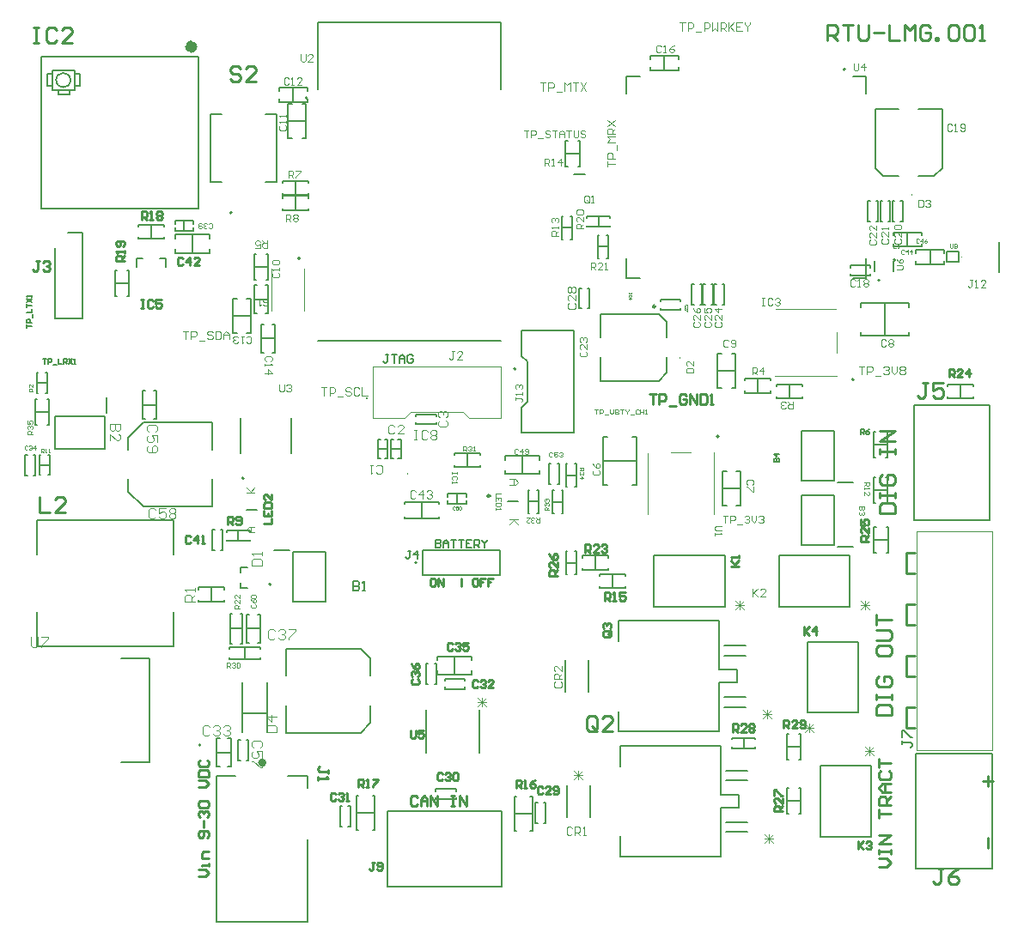
<source format=gto>
G04*
G04 #@! TF.GenerationSoftware,Altium Limited,Altium Designer,21.3.2 (30)*
G04*
G04 Layer_Color=65535*
%FSLAX25Y25*%
%MOIN*%
G70*
G04*
G04 #@! TF.SameCoordinates,C802B3A6-08BF-4FCB-9CCF-05BD449E4A77*
G04*
G04*
G04 #@! TF.FilePolarity,Positive*
G04*
G01*
G75*
%ADD10C,0.00787*%
%ADD11C,0.00500*%
%ADD12C,0.03937*%
%ADD13C,0.01575*%
%ADD14C,0.00984*%
%ADD15C,0.00394*%
%ADD16C,0.00600*%
%ADD17C,0.00591*%
%ADD18C,0.01000*%
%ADD19C,0.00300*%
D10*
X68736Y55287D02*
G03*
X68736Y55287I-394J0D01*
G01*
X80783Y261998D02*
G03*
X80783Y261998I-394J0D01*
G01*
X321776Y196783D02*
G03*
X321776Y197571I0J394D01*
G01*
D02*
G03*
X321776Y196783I0J-394D01*
G01*
X152572Y126072D02*
G03*
X152572Y126072I-394J0D01*
G01*
X332193Y235692D02*
G03*
X332193Y235692I-394J0D01*
G01*
X95926Y117638D02*
G03*
X95926Y117638I-394J0D01*
G01*
X269716Y175134D02*
G03*
X268929Y175134I-394J0D01*
G01*
D02*
G03*
X269716Y175134I394J0D01*
G01*
X110070Y306525D02*
G03*
X110070Y306525I-394J0D01*
G01*
X318792Y317705D02*
G03*
X318792Y317705I-394J0D01*
G01*
X107190Y244273D02*
G03*
X106403Y244273I-394J0D01*
G01*
D02*
G03*
X107190Y244273I394J0D01*
G01*
X85506Y158893D02*
G03*
X85506Y158893I-394J0D01*
G01*
X338292Y243663D02*
G03*
X338292Y243663I-394J0D01*
G01*
X190923Y201340D02*
G03*
X190923Y201340I-394J0D01*
G01*
X133429Y189871D02*
G03*
X133035Y189871I-197J0D01*
G01*
D02*
G03*
X133429Y189871I197J0D01*
G01*
D02*
G03*
X133035Y189871I-197J0D01*
G01*
X94603Y60263D02*
Y79751D01*
X84761Y60263D02*
Y79751D01*
X345434Y142760D02*
X374961D01*
Y187169D01*
X345434D02*
X374961D01*
X345434Y142760D02*
Y187169D01*
X375724Y7411D02*
Y51820D01*
X346196Y7411D02*
X375724D01*
X346196D02*
Y51820D01*
X375724D01*
X86353Y146468D02*
X90487D01*
X141136Y215D02*
X185546D01*
X141136D02*
Y29743D01*
X185546D01*
Y215D02*
Y29743D01*
X213414Y277075D02*
X217745D01*
X130719Y60051D02*
X134653Y63985D01*
Y70681D01*
X101976Y60051D02*
X130719D01*
Y92729D02*
X134653Y88795D01*
Y82099D02*
Y88795D01*
X101976Y60051D02*
Y70681D01*
Y82099D02*
Y92729D01*
X130719D01*
X97247Y130942D02*
X103252D01*
X104629Y111040D02*
Y130332D01*
Y111040D02*
X117228D01*
Y130332D01*
X104629D02*
X117228D01*
X31508Y170292D02*
Y182891D01*
X12216Y170292D02*
X31508D01*
X12216D02*
Y182891D01*
X31508D01*
X32118Y184269D02*
Y190273D01*
X46550Y147810D02*
X73322D01*
Y158440D01*
Y169857D02*
Y180487D01*
X46550D02*
X73322D01*
X40644Y153716D02*
Y158440D01*
Y153716D02*
X46550Y147810D01*
X40644Y174582D02*
X46550Y180487D01*
X40644Y169857D02*
Y174582D01*
X12109Y220798D02*
Y248160D01*
Y220798D02*
X22838D01*
Y254144D01*
X17109D02*
X22838D01*
X187741Y149783D02*
X191874D01*
X301950Y157959D02*
X314549D01*
X301950D02*
Y177251D01*
X314549D01*
Y157959D02*
Y177251D01*
X315927Y157349D02*
X321931D01*
X301950Y132834D02*
X314549D01*
X301950D02*
Y152125D01*
X314549D01*
Y132834D02*
Y152125D01*
X315927Y132224D02*
X321931D01*
X249658Y213492D02*
Y219643D01*
Y199860D02*
Y206012D01*
X223674Y213492D02*
Y222744D01*
Y196760D02*
Y206012D01*
X246557Y222744D02*
X249658Y219643D01*
X246557Y196760D02*
X249658Y199860D01*
X223674Y222744D02*
X246557D01*
X223674Y196760D02*
X246557D01*
X347088Y276250D02*
X353240D01*
X333456D02*
X339608D01*
X347088Y302234D02*
X356340D01*
X330356D02*
X339608D01*
X353240Y276250D02*
X356340Y279350D01*
X330356D02*
X333456Y276250D01*
X356340Y279350D02*
Y302234D01*
X330356Y279350D02*
Y302234D01*
X141637Y206816D02*
X140587D01*
X141112D01*
Y204192D01*
X140587Y203668D01*
X140062D01*
X139538Y204192D01*
X142686Y206816D02*
X144785D01*
X143736D01*
Y203668D01*
X145835D02*
Y205767D01*
X146884Y206816D01*
X147934Y205767D01*
Y203668D01*
Y205242D01*
X145835D01*
X151082Y206291D02*
X150558Y206816D01*
X149508D01*
X148983Y206291D01*
Y204192D01*
X149508Y203668D01*
X150558D01*
X151082Y204192D01*
Y205242D01*
X150033D01*
X127900Y118799D02*
Y115257D01*
X129671D01*
X130262Y115847D01*
Y116438D01*
X129671Y117028D01*
X127900D01*
X129671D01*
X130262Y117619D01*
Y118209D01*
X129671Y118799D01*
X127900D01*
X131442Y115257D02*
X132623D01*
X132033D01*
Y118799D01*
X131442Y118209D01*
X340809Y56938D02*
Y55626D01*
Y56282D01*
X344089D01*
X344745Y55626D01*
Y54970D01*
X344089Y54314D01*
X340809Y58250D02*
Y60874D01*
X341465D01*
X344089Y58250D01*
X344745D01*
D11*
X18159Y313470D02*
G03*
X18159Y313470I-2784J0D01*
G01*
X48882Y48539D02*
Y88838D01*
X37752D02*
X48882D01*
X37752Y48539D02*
X48882D01*
X6714Y263470D02*
X67737D01*
Y322525D01*
X6714D02*
X67737D01*
X6714Y263470D02*
Y322525D01*
X21674Y311108D02*
Y315832D01*
X9076Y311108D02*
X11044D01*
X9076D02*
Y315832D01*
X13407Y307958D02*
X17737D01*
X11044Y311108D02*
Y315832D01*
Y317407D01*
X19706D01*
Y315832D02*
Y317407D01*
Y311108D02*
Y315832D01*
Y309533D02*
Y311108D01*
X17737Y309533D02*
X19706D01*
X13407D02*
X17737D01*
X11044D02*
X13407D01*
X11044D02*
Y311108D01*
X19706D02*
X21674D01*
X17737Y307958D02*
Y309533D01*
X13407Y307958D02*
Y309533D01*
X9076Y315832D02*
X11044D01*
X19706D02*
X21674D01*
X93874Y300187D02*
X98283D01*
X72496D02*
X76906D01*
X93874Y273809D02*
X98283D01*
X72496D02*
X76906D01*
X98283D02*
Y300187D01*
X72496Y273809D02*
Y300187D01*
X84957Y67645D02*
X94406D01*
X154737Y121328D02*
X184737D01*
X154737Y130816D02*
X184737D01*
Y121328D02*
Y130816D01*
X154737Y121328D02*
Y130816D01*
X5123Y93461D02*
Y106965D01*
Y129170D02*
Y142674D01*
X58273Y93461D02*
Y106965D01*
Y129170D02*
Y142674D01*
X5123Y93461D02*
X58273D01*
X5123Y142674D02*
X58273D01*
X337430Y239255D02*
Y243389D01*
X330107Y239255D02*
Y243389D01*
X102622Y43283D02*
X110299D01*
Y-13410D02*
Y18677D01*
X74866Y43283D02*
X82150D01*
X110299Y38756D02*
Y43283D01*
X74866Y-13410D02*
Y43283D01*
Y-13410D02*
X110299D01*
X84292Y116260D02*
Y118150D01*
Y122244D02*
Y124134D01*
X86930D01*
X84292Y116260D02*
X86930D01*
X114243Y212194D02*
X185109D01*
X114243Y335817D02*
X185109D01*
X114243Y310029D02*
Y335817D01*
X185109Y310029D02*
Y335817D01*
X233910Y308177D02*
Y314870D01*
X239028D01*
X233910Y236524D02*
Y244201D01*
Y236524D02*
X239028D01*
X321705D02*
X326823D01*
Y244201D01*
X321705Y314870D02*
X326823D01*
Y308177D02*
Y314870D01*
X378386Y238929D02*
Y250740D01*
X84227Y168440D02*
Y182338D01*
X103912Y168440D02*
Y182338D01*
X358263Y242899D02*
X362987D01*
X358263D02*
Y246836D01*
X362987D01*
Y242899D02*
Y246836D01*
X193285Y176438D02*
Y186389D01*
X195450Y188555D01*
X193285Y206291D02*
Y216242D01*
Y206291D02*
X195450Y204125D01*
X193285Y216242D02*
X213364D01*
Y176438D02*
Y216242D01*
X193285Y176438D02*
X213364D01*
X195450Y188555D02*
Y204125D01*
X159855Y134955D02*
Y131956D01*
X161354D01*
X161854Y132455D01*
Y132955D01*
X161354Y133455D01*
X159855D01*
X161354D01*
X161854Y133955D01*
Y134455D01*
X161354Y134955D01*
X159855D01*
X162854Y131956D02*
Y133955D01*
X163854Y134955D01*
X164853Y133955D01*
Y131956D01*
Y133455D01*
X162854D01*
X165853Y134955D02*
X167852D01*
X166853D01*
Y131956D01*
X168852Y134955D02*
X170851D01*
X169852D01*
Y131956D01*
X173850Y134955D02*
X171851D01*
Y131956D01*
X173850D01*
X171851Y133455D02*
X172851D01*
X174850Y131956D02*
Y134955D01*
X176350D01*
X176849Y134455D01*
Y133455D01*
X176350Y132955D01*
X174850D01*
X175850D02*
X176849Y131956D01*
X177849Y134955D02*
Y134455D01*
X178849Y133455D01*
X179848Y134455D01*
Y134955D01*
X178849Y133455D02*
Y131956D01*
X1226Y217356D02*
Y218689D01*
Y218022D01*
X3226D01*
Y219355D02*
X1226D01*
Y220355D01*
X1560Y220688D01*
X2226D01*
X2559Y220355D01*
Y219355D01*
X3559Y221355D02*
Y222688D01*
X1226Y223354D02*
X3226D01*
Y224687D01*
X1226Y225353D02*
Y226686D01*
Y226020D01*
X3226D01*
X1226Y227353D02*
X3226Y228686D01*
X1226D02*
X3226Y227353D01*
Y229352D02*
Y230019D01*
Y229685D01*
X1226D01*
X1560Y229352D01*
X7589Y205302D02*
X8922D01*
X8256D01*
Y203303D01*
X9588D02*
Y205302D01*
X10588D01*
X10921Y204969D01*
Y204303D01*
X10588Y203970D01*
X9588D01*
X11588Y202970D02*
X12921D01*
X13587Y205302D02*
Y203303D01*
X14920D01*
X15586D02*
Y205302D01*
X16586D01*
X16919Y204969D01*
Y204303D01*
X16586Y203970D01*
X15586D01*
X16253D02*
X16919Y203303D01*
X17586Y205302D02*
X18919Y203303D01*
Y205302D02*
X17586Y203303D01*
X19585D02*
X20252D01*
X19918D01*
Y205302D01*
X19585Y204969D01*
X324977Y175976D02*
Y177976D01*
X325976D01*
X326310Y177643D01*
Y176976D01*
X325976Y176643D01*
X324977D01*
X325643D02*
X326310Y175976D01*
X328309Y177976D02*
X327642Y177643D01*
X326976Y176976D01*
Y176310D01*
X327309Y175976D01*
X327976D01*
X328309Y176310D01*
Y176643D01*
X327976Y176976D01*
X326976D01*
X150309Y130750D02*
X149310D01*
X149809D01*
Y128250D01*
X149310Y127751D01*
X148810D01*
X148310Y128250D01*
X152808Y127751D02*
Y130750D01*
X151309Y129250D01*
X153308D01*
X291181Y165393D02*
X293181D01*
Y166393D01*
X292847Y166726D01*
X292514D01*
X292181Y166393D01*
Y165393D01*
Y166393D01*
X291848Y166726D01*
X291514D01*
X291181Y166393D01*
Y165393D01*
X293181Y168392D02*
X291181D01*
X292181Y167393D01*
Y168726D01*
D12*
X65375Y326462D02*
G03*
X65375Y326462I-394J0D01*
G01*
D13*
X93370Y48401D02*
G03*
X93370Y48401I-787J0D01*
G01*
D14*
X180988Y152024D02*
G03*
X180988Y152024I-492J0D01*
G01*
X245125Y225529D02*
G03*
X245125Y225529I-492J0D01*
G01*
D15*
X254614Y205543D02*
G03*
X254614Y205937I0J197D01*
G01*
D02*
G03*
X254614Y205543I0J-197D01*
G01*
X344596Y269094D02*
G03*
X344596Y268701I0J-197D01*
G01*
D02*
G03*
X344596Y269094I0J197D01*
G01*
X148960Y160276D02*
G03*
X148960Y160669I0J197D01*
G01*
D02*
G03*
X148960Y160276I0J-197D01*
G01*
X363972Y244867D02*
G03*
X363972Y244867I-197J0D01*
G01*
X291685Y224453D02*
X315307D01*
X291488Y198547D02*
X315504D01*
Y207563D02*
Y215500D01*
X346339Y138109D02*
X375867D01*
X346339Y53384D02*
Y138109D01*
Y53384D02*
X375867D01*
Y138109D01*
X242047Y145044D02*
Y168666D01*
X267952Y144847D02*
Y168862D01*
X250999D02*
X258937D01*
X108765Y223899D02*
Y240336D01*
X96167Y223899D02*
Y240336D01*
X135456Y182332D02*
Y202411D01*
X185259D01*
Y182332D02*
Y202411D01*
X150230Y184655D02*
X170486D01*
X147907Y182332D02*
X150230Y184655D01*
X135456Y182332D02*
X147907D01*
X170486Y184655D02*
X172809Y182332D01*
X185259D01*
X89601Y137807D02*
X87502D01*
X86453Y138856D01*
X87502Y139906D01*
X89601D01*
X88027D01*
Y137807D01*
X86453Y153161D02*
X89601D01*
X88552D01*
X86453Y155260D01*
X88027Y153686D01*
X89601Y155260D01*
X191775Y143090D02*
X188626D01*
X189676D01*
X191775Y140991D01*
X190201Y142566D01*
X188626Y140991D01*
Y158445D02*
X190725D01*
X191775Y157395D01*
X190725Y156346D01*
X188626D01*
X190201D01*
Y158445D01*
X6788Y168798D02*
Y170373D01*
X7575D01*
X7838Y170110D01*
Y169586D01*
X7575Y169323D01*
X6788D01*
X7313D02*
X7838Y168798D01*
X8363D02*
X8887D01*
X8625D01*
Y170373D01*
X8363Y170110D01*
X9674Y168798D02*
X10199D01*
X9937D01*
Y170373D01*
X9674Y170110D01*
X3621Y192711D02*
X2047D01*
Y193498D01*
X2310Y193760D01*
X2834D01*
X3097Y193498D01*
Y192711D01*
Y193236D02*
X3621Y193760D01*
Y195335D02*
Y194285D01*
X2572Y195335D01*
X2310D01*
X2047Y195072D01*
Y194548D01*
X2310Y194285D01*
X359422Y249826D02*
Y248514D01*
X359684Y248252D01*
X360209D01*
X360471Y248514D01*
Y249826D01*
X360996Y249564D02*
X361258Y249826D01*
X361783D01*
X362046Y249564D01*
Y249301D01*
X361783Y249039D01*
X362046Y248777D01*
Y248514D01*
X361783Y248252D01*
X361258D01*
X360996Y248514D01*
Y248777D01*
X361258Y249039D01*
X360996Y249301D01*
Y249564D01*
X361258Y249039D02*
X361783D01*
X338762Y240081D02*
X340730D01*
X341123Y240475D01*
Y241262D01*
X340730Y241655D01*
X338762D01*
Y244017D02*
X339156Y243230D01*
X339943Y242443D01*
X340730D01*
X341123Y242836D01*
Y243623D01*
X340730Y244017D01*
X340336D01*
X339943Y243623D01*
Y242443D01*
X254584Y335820D02*
X256683D01*
X255634D01*
Y332671D01*
X257733D02*
Y335820D01*
X259307D01*
X259832Y335295D01*
Y334246D01*
X259307Y333721D01*
X257733D01*
X260882Y332147D02*
X262981D01*
X264030Y332671D02*
Y335820D01*
X265604D01*
X266129Y335295D01*
Y334246D01*
X265604Y333721D01*
X264030D01*
X267179Y335820D02*
Y332671D01*
X268228Y333721D01*
X269278Y332671D01*
Y335820D01*
X270327Y332671D02*
Y335820D01*
X271902D01*
X272426Y335295D01*
Y334246D01*
X271902Y333721D01*
X270327D01*
X271377D02*
X272426Y332671D01*
X273476Y335820D02*
Y332671D01*
Y333721D01*
X275575Y335820D01*
X274001Y334246D01*
X275575Y332671D01*
X278724Y335820D02*
X276624D01*
Y332671D01*
X278724D01*
X276624Y334246D02*
X277674D01*
X279773Y335820D02*
Y335295D01*
X280823Y334246D01*
X281872Y335295D01*
Y335820D01*
X280823Y334246D02*
Y332671D01*
X324157Y202358D02*
X326256D01*
X325207D01*
Y199210D01*
X327306D02*
Y202358D01*
X328880D01*
X329405Y201833D01*
Y200784D01*
X328880Y200259D01*
X327306D01*
X330454Y198685D02*
X332553D01*
X333603Y201833D02*
X334128Y202358D01*
X335177D01*
X335702Y201833D01*
Y201309D01*
X335177Y200784D01*
X334652D01*
X335177D01*
X335702Y200259D01*
Y199734D01*
X335177Y199210D01*
X334128D01*
X333603Y199734D01*
X336752Y202358D02*
Y200259D01*
X337801Y199210D01*
X338851Y200259D01*
Y202358D01*
X339900Y201833D02*
X340425Y202358D01*
X341474D01*
X341999Y201833D01*
Y201309D01*
X341474Y200784D01*
X341999Y200259D01*
Y199734D01*
X341474Y199210D01*
X340425D01*
X339900Y199734D01*
Y200259D01*
X340425Y200784D01*
X339900Y201309D01*
Y201833D01*
X340425Y200784D02*
X341474D01*
X337549Y249935D02*
Y248361D01*
X338598D01*
X339123D02*
X339648D01*
X339385D01*
Y249935D01*
X339123Y249673D01*
X282721Y116072D02*
Y112924D01*
Y113973D01*
X284820Y116072D01*
X283245Y114498D01*
X284820Y112924D01*
X287968D02*
X285869D01*
X287968Y115023D01*
Y115548D01*
X287444Y116072D01*
X286394D01*
X285869Y115548D01*
X206240Y79790D02*
X205715Y79265D01*
Y78215D01*
X206240Y77691D01*
X208339D01*
X208863Y78215D01*
Y79265D01*
X208339Y79790D01*
X208863Y80839D02*
X205715D01*
Y82413D01*
X206240Y82938D01*
X207289D01*
X207814Y82413D01*
Y80839D01*
Y81889D02*
X208863Y82938D01*
Y86087D02*
Y83988D01*
X206764Y86087D01*
X206240D01*
X205715Y85562D01*
Y84512D01*
X206240Y83988D01*
X212797Y22958D02*
X212273Y23482D01*
X211223D01*
X210698Y22958D01*
Y20859D01*
X211223Y20334D01*
X212273D01*
X212797Y20859D01*
X213847Y20334D02*
Y23482D01*
X215421D01*
X215946Y22958D01*
Y21908D01*
X215421Y21383D01*
X213847D01*
X214896D02*
X215946Y20334D01*
X216995D02*
X218045D01*
X217520D01*
Y23482D01*
X216995Y22958D01*
X347398Y251573D02*
X347136Y251835D01*
X346611D01*
X346349Y251573D01*
Y250523D01*
X346611Y250261D01*
X347136D01*
X347398Y250523D01*
X348710Y250261D02*
Y251835D01*
X347923Y251048D01*
X348973D01*
X350547Y251835D02*
X350022Y251573D01*
X349497Y251048D01*
Y250523D01*
X349760Y250261D01*
X350284D01*
X350547Y250523D01*
Y250786D01*
X350284Y251048D01*
X349497D01*
X341693Y247304D02*
X341431Y247567D01*
X340906D01*
X340644Y247304D01*
Y246255D01*
X340906Y245992D01*
X341431D01*
X341693Y246255D01*
X343005Y245992D02*
Y247567D01*
X342218Y246779D01*
X343268D01*
X344580Y245992D02*
Y247567D01*
X343792Y246779D01*
X344842D01*
X152143Y153691D02*
X151619Y154215D01*
X150569D01*
X150044Y153691D01*
Y151592D01*
X150569Y151067D01*
X151619D01*
X152143Y151592D01*
X154767Y151067D02*
Y154215D01*
X153193Y152641D01*
X155292D01*
X156342Y153691D02*
X156866Y154215D01*
X157916D01*
X158441Y153691D01*
Y153166D01*
X157916Y152641D01*
X157391D01*
X157916D01*
X158441Y152116D01*
Y151592D01*
X157916Y151067D01*
X156866D01*
X156342Y151592D01*
X168138Y161299D02*
Y160643D01*
Y160971D01*
X166171D01*
Y161299D01*
Y160643D01*
X167810Y158347D02*
X168138Y158675D01*
Y159331D01*
X167810Y159659D01*
X166498D01*
X166171Y159331D01*
Y158675D01*
X166498Y158347D01*
X166171Y157692D02*
Y157036D01*
Y157363D01*
X168138D01*
X167810Y157692D01*
X97572Y99441D02*
X96917Y100097D01*
X95605D01*
X94949Y99441D01*
Y96817D01*
X95605Y96161D01*
X96917D01*
X97572Y96817D01*
X98884Y99441D02*
X99540Y100097D01*
X100852D01*
X101508Y99441D01*
Y98785D01*
X100852Y98129D01*
X100196D01*
X100852D01*
X101508Y97473D01*
Y96817D01*
X100852Y96161D01*
X99540D01*
X98884Y96817D01*
X102820Y100097D02*
X105444D01*
Y99441D01*
X102820Y96817D01*
Y96161D01*
X72162Y62247D02*
X71506Y62903D01*
X70194D01*
X69538Y62247D01*
Y59624D01*
X70194Y58968D01*
X71506D01*
X72162Y59624D01*
X73474Y62247D02*
X74130Y62903D01*
X75442D01*
X76098Y62247D01*
Y61591D01*
X75442Y60935D01*
X74786D01*
X75442D01*
X76098Y60280D01*
Y59624D01*
X75442Y58968D01*
X74130D01*
X73474Y59624D01*
X77410Y62247D02*
X78066Y62903D01*
X79378D01*
X80034Y62247D01*
Y61591D01*
X79378Y60935D01*
X78722D01*
X79378D01*
X80034Y60280D01*
Y59624D01*
X79378Y58968D01*
X78066D01*
X77410Y59624D01*
X2849Y97097D02*
Y93817D01*
X3505Y93161D01*
X4817D01*
X5472Y93817D01*
Y97097D01*
X6784D02*
X9408D01*
Y96441D01*
X6784Y93817D01*
Y93161D01*
X221615Y185733D02*
X222927D01*
X222271D01*
Y183765D01*
X223583D02*
Y185733D01*
X224567D01*
X224895Y185405D01*
Y184749D01*
X224567Y184421D01*
X223583D01*
X225551Y183437D02*
X226863D01*
X227519Y185733D02*
Y184421D01*
X228175Y183765D01*
X228831Y184421D01*
Y185733D01*
X229487D02*
Y183765D01*
X230471D01*
X230799Y184093D01*
Y184421D01*
X230471Y184749D01*
X229487D01*
X230471D01*
X230799Y185077D01*
Y185405D01*
X230471Y185733D01*
X229487D01*
X231455D02*
X232767D01*
X232111D01*
Y183765D01*
X233423Y185733D02*
Y185405D01*
X234079Y184749D01*
X234735Y185405D01*
Y185733D01*
X234079Y184749D02*
Y183765D01*
X235390Y183437D02*
X236702D01*
X238670Y185405D02*
X238342Y185733D01*
X237686D01*
X237358Y185405D01*
Y184093D01*
X237686Y183765D01*
X238342D01*
X238670Y184093D01*
X239326Y185733D02*
Y183765D01*
Y184749D01*
X240638D01*
Y185733D01*
Y183765D01*
X241294D02*
X241950D01*
X241622D01*
Y185733D01*
X241294Y185405D01*
X3342Y175940D02*
X1374D01*
Y176924D01*
X1702Y177252D01*
X2358D01*
X2686Y176924D01*
Y175940D01*
Y176596D02*
X3342Y177252D01*
X1702Y177908D02*
X1374Y178236D01*
Y178892D01*
X1702Y179220D01*
X2030D01*
X2358Y178892D01*
Y178564D01*
Y178892D01*
X2686Y179220D01*
X3014D01*
X3342Y178892D01*
Y178236D01*
X3014Y177908D01*
X1374Y181188D02*
Y179876D01*
X2358D01*
X2030Y180532D01*
Y180860D01*
X2358Y181188D01*
X3014D01*
X3342Y180860D01*
Y180204D01*
X3014Y179876D01*
X215724Y162855D02*
X217298D01*
Y162067D01*
X217036Y161805D01*
X216511D01*
X216249Y162067D01*
Y162855D01*
Y162330D02*
X215724Y161805D01*
X217036Y161280D02*
X217298Y161018D01*
Y160493D01*
X217036Y160231D01*
X216773D01*
X216511Y160493D01*
Y160756D01*
Y160493D01*
X216249Y160231D01*
X215986D01*
X215724Y160493D01*
Y161018D01*
X215986Y161280D01*
X215724Y158919D02*
X217298D01*
X216511Y159706D01*
Y158656D01*
X203727Y146565D02*
X202153D01*
Y147352D01*
X202415Y147614D01*
X202940D01*
X203202Y147352D01*
Y146565D01*
Y147090D02*
X203727Y147614D01*
X202415Y148139D02*
X202153Y148401D01*
Y148926D01*
X202415Y149189D01*
X202677D01*
X202940Y148926D01*
Y148664D01*
Y148926D01*
X203202Y149189D01*
X203465D01*
X203727Y148926D01*
Y148401D01*
X203465Y148139D01*
X202415Y149713D02*
X202153Y149976D01*
Y150501D01*
X202415Y150763D01*
X202677D01*
X202940Y150501D01*
Y150238D01*
Y150501D01*
X203202Y150763D01*
X203465D01*
X203727Y150501D01*
Y149976D01*
X203465Y149713D01*
X200268Y143444D02*
Y141477D01*
X199284D01*
X198956Y141805D01*
Y142461D01*
X199284Y142789D01*
X200268D01*
X199612D02*
X198956Y143444D01*
X198300Y141805D02*
X197972Y141477D01*
X197316D01*
X196988Y141805D01*
Y142132D01*
X197316Y142461D01*
X197644D01*
X197316D01*
X196988Y142789D01*
Y143116D01*
X197316Y143444D01*
X197972D01*
X198300Y143116D01*
X195020Y143444D02*
X196332D01*
X195020Y142132D01*
Y141805D01*
X195348Y141477D01*
X196004D01*
X196332Y141805D01*
X170466Y169434D02*
Y171402D01*
X171449D01*
X171777Y171074D01*
Y170418D01*
X171449Y170090D01*
X170466D01*
X171121D02*
X171777Y169434D01*
X172433Y171074D02*
X172761Y171402D01*
X173417D01*
X173745Y171074D01*
Y170746D01*
X173417Y170418D01*
X173089D01*
X173417D01*
X173745Y170090D01*
Y169762D01*
X173417Y169434D01*
X172761D01*
X172433Y169762D01*
X174401Y169434D02*
X175057D01*
X174729D01*
Y171402D01*
X174401Y171074D01*
X83939Y108203D02*
X81971D01*
Y109187D01*
X82299Y109515D01*
X82955D01*
X83283Y109187D01*
Y108203D01*
Y108859D02*
X83939Y109515D01*
Y111483D02*
Y110171D01*
X82627Y111483D01*
X82299D01*
X81971Y111155D01*
Y110499D01*
X82299Y110171D01*
X83939Y113451D02*
Y112139D01*
X82627Y113451D01*
X82299D01*
X81971Y113122D01*
Y112467D01*
X82299Y112139D01*
X185172Y153063D02*
X183204D01*
Y151751D01*
X185172Y149783D02*
Y151095D01*
X183204D01*
Y149783D01*
X184188Y151095D02*
Y150439D01*
X185172Y149127D02*
X183204D01*
Y148143D01*
X183532Y147816D01*
X184844D01*
X185172Y148143D01*
Y149127D01*
X183204Y147160D02*
Y146504D01*
Y146832D01*
X185172D01*
X184844Y147160D01*
X1535Y171240D02*
X1272Y171502D01*
X748D01*
X485Y171240D01*
Y170190D01*
X748Y169928D01*
X1272D01*
X1535Y170190D01*
X2059Y171240D02*
X2322Y171502D01*
X2847D01*
X3109Y171240D01*
Y170978D01*
X2847Y170715D01*
X2584D01*
X2847D01*
X3109Y170453D01*
Y170190D01*
X2847Y169928D01*
X2322D01*
X2059Y170190D01*
X4421Y169928D02*
Y171502D01*
X3634Y170715D01*
X4683D01*
X88537Y109795D02*
X88209Y109468D01*
Y108812D01*
X88537Y108484D01*
X89849D01*
X90177Y108812D01*
Y109468D01*
X89849Y109795D01*
X88209Y111763D02*
X88537Y111107D01*
X89193Y110451D01*
X89849D01*
X90177Y110780D01*
Y111435D01*
X89849Y111763D01*
X89521D01*
X89193Y111435D01*
Y110451D01*
X88537Y112419D02*
X88209Y112747D01*
Y113403D01*
X88537Y113731D01*
X89849D01*
X90177Y113403D01*
Y112747D01*
X89849Y112419D01*
X88537D01*
X51125Y176821D02*
X51781Y177476D01*
Y178788D01*
X51125Y179444D01*
X48501D01*
X47845Y178788D01*
Y177476D01*
X48501Y176821D01*
X51781Y172885D02*
Y175509D01*
X49813D01*
X50469Y174197D01*
Y173541D01*
X49813Y172885D01*
X48501D01*
X47845Y173541D01*
Y174853D01*
X48501Y175509D01*
Y171573D02*
X47845Y170917D01*
Y169605D01*
X48501Y168949D01*
X51125D01*
X51781Y169605D01*
Y170917D01*
X51125Y171573D01*
X50469D01*
X49813Y170917D01*
Y168949D01*
X51113Y146630D02*
X50458Y147286D01*
X49146D01*
X48490Y146630D01*
Y144006D01*
X49146Y143350D01*
X50458D01*
X51113Y144006D01*
X55049Y147286D02*
X52425D01*
Y145318D01*
X53737Y145974D01*
X54393D01*
X55049Y145318D01*
Y144006D01*
X54393Y143350D01*
X53081D01*
X52425Y144006D01*
X56361Y146630D02*
X57017Y147286D01*
X58329D01*
X58985Y146630D01*
Y145974D01*
X58329Y145318D01*
X58985Y144662D01*
Y144006D01*
X58329Y143350D01*
X57017D01*
X56361Y144006D01*
Y144662D01*
X57017Y145318D01*
X56361Y145974D01*
Y146630D01*
X57017Y145318D02*
X58329D01*
X91885Y54336D02*
X92541Y54992D01*
Y56304D01*
X91885Y56960D01*
X89261D01*
X88605Y56304D01*
Y54992D01*
X89261Y54336D01*
X92541Y50401D02*
Y53024D01*
X90573D01*
X91229Y51713D01*
Y51056D01*
X90573Y50401D01*
X89261D01*
X88605Y51056D01*
Y52368D01*
X89261Y53024D01*
X92541Y49089D02*
Y46465D01*
X91885D01*
X89261Y49089D01*
X88605D01*
X205236Y168742D02*
X204908Y169070D01*
X204252D01*
X203924Y168742D01*
Y167430D01*
X204252Y167102D01*
X204908D01*
X205236Y167430D01*
X207204Y169070D02*
X205892D01*
Y168086D01*
X206548Y168414D01*
X206876D01*
X207204Y168086D01*
Y167430D01*
X206876Y167102D01*
X206220D01*
X205892Y167430D01*
X207860Y168742D02*
X208188Y169070D01*
X208844D01*
X209172Y168742D01*
Y168414D01*
X208844Y168086D01*
X208516D01*
X208844D01*
X209172Y167758D01*
Y167430D01*
X208844Y167102D01*
X208188D01*
X207860Y167430D01*
X167400Y147646D02*
X167203Y147843D01*
X166810D01*
X166613Y147646D01*
Y146859D01*
X166810Y146662D01*
X167203D01*
X167400Y146859D01*
X168581Y147843D02*
X167794D01*
Y147253D01*
X168187Y147449D01*
X168384D01*
X168581Y147253D01*
Y146859D01*
X168384Y146662D01*
X167990D01*
X167794Y146859D01*
X168974Y147646D02*
X169171Y147843D01*
X169565D01*
X169762Y147646D01*
Y146859D01*
X169565Y146662D01*
X169171D01*
X168974Y146859D01*
Y147646D01*
X191885Y169968D02*
X191558Y170296D01*
X190902D01*
X190574Y169968D01*
Y168656D01*
X190902Y168328D01*
X191558D01*
X191885Y168656D01*
X193525Y168328D02*
Y170296D01*
X192542Y169312D01*
X193853D01*
X194509Y168656D02*
X194837Y168328D01*
X195493D01*
X195821Y168656D01*
Y169968D01*
X195493Y170296D01*
X194837D01*
X194509Y169968D01*
Y169640D01*
X194837Y169312D01*
X195821D01*
X37452Y180029D02*
X33516D01*
Y178061D01*
X34172Y177405D01*
X34828D01*
X35484Y178061D01*
Y180029D01*
Y178061D01*
X36140Y177405D01*
X36796D01*
X37452Y178061D01*
Y180029D01*
X33516Y173469D02*
Y176093D01*
X36140Y173469D01*
X36796D01*
X37452Y174125D01*
Y175437D01*
X36796Y176093D01*
X78728Y85331D02*
Y87299D01*
X79712D01*
X80040Y86971D01*
Y86315D01*
X79712Y85987D01*
X78728D01*
X79384D02*
X80040Y85331D01*
X80696Y86971D02*
X81024Y87299D01*
X81680D01*
X82008Y86971D01*
Y86643D01*
X81680Y86315D01*
X81352D01*
X81680D01*
X82008Y85987D01*
Y85659D01*
X81680Y85331D01*
X81024D01*
X80696Y85659D01*
X82664Y86971D02*
X82992Y87299D01*
X83648D01*
X83976Y86971D01*
Y85659D01*
X83648Y85331D01*
X82992D01*
X82664Y85659D01*
Y86971D01*
X151439Y177428D02*
X152619D01*
X152029D01*
Y173886D01*
X151439D01*
X152619D01*
X156752Y176837D02*
X156162Y177428D01*
X154981D01*
X154391Y176837D01*
Y174476D01*
X154981Y173886D01*
X156162D01*
X156752Y174476D01*
X157933Y176837D02*
X158523Y177428D01*
X159704D01*
X160294Y176837D01*
Y176247D01*
X159704Y175657D01*
X160294Y175066D01*
Y174476D01*
X159704Y173886D01*
X158523D01*
X157933Y174476D01*
Y175066D01*
X158523Y175657D01*
X157933Y176247D01*
Y176837D01*
X158523Y175657D02*
X159704D01*
X161547Y181263D02*
X160957Y180673D01*
Y179492D01*
X161547Y178902D01*
X163908D01*
X164499Y179492D01*
Y180673D01*
X163908Y181263D01*
X161547Y182444D02*
X160957Y183035D01*
Y184215D01*
X161547Y184806D01*
X162137D01*
X162728Y184215D01*
Y183625D01*
Y184215D01*
X163318Y184806D01*
X163908D01*
X164499Y184215D01*
Y183035D01*
X163908Y182444D01*
X143914Y179051D02*
X143324Y179641D01*
X142143D01*
X141553Y179051D01*
Y176689D01*
X142143Y176099D01*
X143324D01*
X143914Y176689D01*
X147457Y176099D02*
X145095D01*
X147457Y178460D01*
Y179051D01*
X146866Y179641D01*
X145686D01*
X145095Y179051D01*
X136702Y161130D02*
X137292Y160540D01*
X138473D01*
X139064Y161130D01*
Y163492D01*
X138473Y164082D01*
X137292D01*
X136702Y163492D01*
X135521Y164082D02*
X134341D01*
X134931D01*
Y160540D01*
X135521Y161130D01*
X66498Y110914D02*
X62562D01*
Y112881D01*
X63218Y113537D01*
X64530D01*
X65186Y112881D01*
Y110914D01*
Y112225D02*
X66498Y113537D01*
Y114849D02*
Y116161D01*
Y115505D01*
X62562D01*
X63218Y114849D01*
X94140Y60312D02*
X98075D01*
Y62280D01*
X97419Y62936D01*
X94796D01*
X94140Y62280D01*
Y60312D01*
X98075Y66215D02*
X94140D01*
X96108Y64248D01*
Y66871D01*
X88525Y125014D02*
X92461D01*
Y126982D01*
X91804Y127638D01*
X89181D01*
X88525Y126982D01*
Y125014D01*
X92461Y128950D02*
Y130262D01*
Y129606D01*
X88525D01*
X89181Y128950D01*
X61825Y216028D02*
X63924D01*
X62874D01*
Y212880D01*
X64973D02*
Y216028D01*
X66548D01*
X67072Y215504D01*
Y214454D01*
X66548Y213929D01*
X64973D01*
X68122Y212355D02*
X70221D01*
X73369Y215504D02*
X72845Y216028D01*
X71795D01*
X71271Y215504D01*
Y214979D01*
X71795Y214454D01*
X72845D01*
X73369Y213929D01*
Y213404D01*
X72845Y212880D01*
X71795D01*
X71271Y213404D01*
X74419Y216028D02*
Y212880D01*
X75993D01*
X76518Y213404D01*
Y215504D01*
X75993Y216028D01*
X74419D01*
X77568Y212880D02*
Y214979D01*
X78617Y216028D01*
X79667Y214979D01*
Y212880D01*
Y214454D01*
X77568D01*
X115528Y194108D02*
X117627D01*
X116577D01*
Y190959D01*
X118676D02*
Y194108D01*
X120251D01*
X120775Y193583D01*
Y192534D01*
X120251Y192009D01*
X118676D01*
X121825Y190435D02*
X123924D01*
X127073Y193583D02*
X126548Y194108D01*
X125498D01*
X124974Y193583D01*
Y193058D01*
X125498Y192534D01*
X126548D01*
X127073Y192009D01*
Y191484D01*
X126548Y190959D01*
X125498D01*
X124974Y191484D01*
X130221Y193583D02*
X129697Y194108D01*
X128647D01*
X128122Y193583D01*
Y191484D01*
X128647Y190959D01*
X129697D01*
X130221Y191484D01*
X131271Y194108D02*
Y190959D01*
X133370D01*
X190861Y190280D02*
Y189362D01*
Y189821D01*
X193157D01*
X193616Y189362D01*
Y188903D01*
X193157Y188444D01*
X193616Y191199D02*
Y192117D01*
Y191658D01*
X190861D01*
X191320Y191199D01*
Y193494D02*
X190861Y193954D01*
Y194872D01*
X191320Y195331D01*
X191779D01*
X192238Y194872D01*
Y194413D01*
Y194872D01*
X192697Y195331D01*
X193157D01*
X193616Y194872D01*
Y193954D01*
X193157Y193494D01*
X194083Y294022D02*
X195919D01*
X195001D01*
Y291266D01*
X196838D02*
Y294022D01*
X198215D01*
X198674Y293562D01*
Y292644D01*
X198215Y292185D01*
X196838D01*
X199593Y290807D02*
X201429D01*
X204184Y293562D02*
X203725Y294022D01*
X202807D01*
X202348Y293562D01*
Y293103D01*
X202807Y292644D01*
X203725D01*
X204184Y292185D01*
Y291726D01*
X203725Y291266D01*
X202807D01*
X202348Y291726D01*
X205103Y294022D02*
X206940D01*
X206021D01*
Y291266D01*
X207858D02*
Y293103D01*
X208776Y294022D01*
X209695Y293103D01*
Y291266D01*
Y292644D01*
X207858D01*
X210613Y294022D02*
X212450D01*
X211531D01*
Y291266D01*
X213368Y294022D02*
Y291726D01*
X213827Y291266D01*
X214745D01*
X215205Y291726D01*
Y294022D01*
X217959Y293562D02*
X217500Y294022D01*
X216582D01*
X216123Y293562D01*
Y293103D01*
X216582Y292644D01*
X217500D01*
X217959Y292185D01*
Y291726D01*
X217500Y291266D01*
X216582D01*
X216123Y291726D01*
X326215Y157342D02*
X328183D01*
Y156358D01*
X327855Y156030D01*
X327199D01*
X326871Y156358D01*
Y157342D01*
Y156686D02*
X326215Y156030D01*
Y155374D02*
Y154718D01*
Y155046D01*
X328183D01*
X327855Y155374D01*
X326215Y152422D02*
Y153734D01*
X327527Y152422D01*
X327855D01*
X328183Y152750D01*
Y153406D01*
X327855Y153734D01*
X326073Y147836D02*
X324105D01*
Y146852D01*
X324433Y146524D01*
X324761D01*
X325089Y146852D01*
Y147836D01*
Y146852D01*
X325417Y146524D01*
X325745D01*
X326073Y146852D01*
Y147836D01*
X325745Y145868D02*
X326073Y145540D01*
Y144884D01*
X325745Y144556D01*
X325417D01*
X325089Y144884D01*
Y145212D01*
Y144884D01*
X324761Y144556D01*
X324433D01*
X324105Y144884D01*
Y145540D01*
X324433Y145868D01*
X322099Y319987D02*
Y317691D01*
X322558Y317232D01*
X323476D01*
X323936Y317691D01*
Y319987D01*
X326231Y317232D02*
Y319987D01*
X324854Y318610D01*
X326691D01*
X167130Y208175D02*
X166081D01*
X166605D01*
Y205551D01*
X166081Y205026D01*
X165556D01*
X165031Y205551D01*
X170279Y205026D02*
X168180D01*
X170279Y207125D01*
Y207650D01*
X169754Y208175D01*
X168704D01*
X168180Y207650D01*
X71911Y256391D02*
X72239Y256063D01*
X72895D01*
X73223Y256391D01*
Y257703D01*
X72895Y258031D01*
X72239D01*
X71911Y257703D01*
X71255Y256391D02*
X70927Y256063D01*
X70271D01*
X69943Y256391D01*
Y256719D01*
X70271Y257047D01*
X70599D01*
X70271D01*
X69943Y257375D01*
Y257703D01*
X70271Y258031D01*
X70927D01*
X71255Y257703D01*
X69287D02*
X68959Y258031D01*
X68303D01*
X67975Y257703D01*
Y256391D01*
X68303Y256063D01*
X68959D01*
X69287Y256391D01*
Y256719D01*
X68959Y257047D01*
X67975D01*
X286525Y228802D02*
X287443D01*
X286984D01*
Y226047D01*
X286525D01*
X287443D01*
X290657Y228343D02*
X290198Y228802D01*
X289280D01*
X288820Y228343D01*
Y226507D01*
X289280Y226047D01*
X290198D01*
X290657Y226507D01*
X291575Y228343D02*
X292035Y228802D01*
X292953D01*
X293412Y228343D01*
Y227884D01*
X292953Y227425D01*
X292494D01*
X292953D01*
X293412Y226966D01*
Y226507D01*
X292953Y226047D01*
X292035D01*
X291575Y226507D01*
X200482Y312537D02*
X202581D01*
X201532D01*
Y309388D01*
X203631D02*
Y312537D01*
X205205D01*
X205730Y312012D01*
Y310963D01*
X205205Y310438D01*
X203631D01*
X206780Y308863D02*
X208878D01*
X209928Y309388D02*
Y312537D01*
X210978Y311487D01*
X212027Y312537D01*
Y309388D01*
X213077Y312537D02*
X215176D01*
X214126D01*
Y309388D01*
X216225Y312537D02*
X218324Y309388D01*
Y312537D02*
X216225Y309388D01*
X226440Y279934D02*
Y282033D01*
Y280983D01*
X229589D01*
Y283082D02*
X226440D01*
Y284657D01*
X226965Y285181D01*
X228014D01*
X228539Y284657D01*
Y283082D01*
X230113Y286231D02*
Y288330D01*
X229589Y289380D02*
X226440D01*
X227490Y290429D01*
X226440Y291479D01*
X229589D01*
Y292528D02*
X226440D01*
Y294102D01*
X226965Y294627D01*
X228014D01*
X228539Y294102D01*
Y292528D01*
Y293578D02*
X229589Y294627D01*
X226440Y295677D02*
X229589Y297776D01*
X226440D02*
X229589Y295677D01*
X271404Y144300D02*
X273240D01*
X272322D01*
Y141545D01*
X274159D02*
Y144300D01*
X275536D01*
X275995Y143841D01*
Y142923D01*
X275536Y142464D01*
X274159D01*
X276914Y141086D02*
X278750D01*
X279669Y143841D02*
X280128Y144300D01*
X281046D01*
X281505Y143841D01*
Y143382D01*
X281046Y142923D01*
X280587D01*
X281046D01*
X281505Y142464D01*
Y142004D01*
X281046Y141545D01*
X280128D01*
X279669Y142004D01*
X282424Y144300D02*
Y142464D01*
X283342Y141545D01*
X284260Y142464D01*
Y144300D01*
X285179Y143841D02*
X285638Y144300D01*
X286556D01*
X287016Y143841D01*
Y143382D01*
X286556Y142923D01*
X286097D01*
X286556D01*
X287016Y142464D01*
Y142004D01*
X286556Y141545D01*
X285638D01*
X285179Y142004D01*
X257160Y199828D02*
X259915D01*
Y201206D01*
X259456Y201665D01*
X257619D01*
X257160Y201206D01*
Y199828D01*
X259915Y204420D02*
Y202583D01*
X258079Y204420D01*
X257619D01*
X257160Y203961D01*
Y203043D01*
X257619Y202583D01*
X99219Y195289D02*
Y192993D01*
X99678Y192534D01*
X100597D01*
X101056Y192993D01*
Y195289D01*
X101974Y194829D02*
X102433Y195289D01*
X103352D01*
X103811Y194829D01*
Y194370D01*
X103352Y193911D01*
X102892D01*
X103352D01*
X103811Y193452D01*
Y192993D01*
X103352Y192534D01*
X102433D01*
X101974Y192993D01*
X107550Y323453D02*
Y321158D01*
X108009Y320698D01*
X108927D01*
X109387Y321158D01*
Y323453D01*
X112142Y320698D02*
X110305D01*
X112142Y322535D01*
Y322994D01*
X111682Y323453D01*
X110764D01*
X110305Y322994D01*
X270960Y140369D02*
X268664D01*
X268205Y139910D01*
Y138991D01*
X268664Y138532D01*
X270960D01*
X268205Y137614D02*
Y136696D01*
Y137155D01*
X270960D01*
X270501Y137614D01*
X92952Y226327D02*
X93411Y225868D01*
X94330D01*
X94789Y226327D01*
Y226786D01*
X94330Y227245D01*
X93411D01*
X92952Y227705D01*
Y228164D01*
X93411Y228623D01*
X94330D01*
X94789Y228164D01*
X92034Y228623D02*
X91115D01*
X91575D01*
Y225868D01*
X92034Y226327D01*
X220013Y239894D02*
Y242649D01*
X221391D01*
X221850Y242190D01*
Y241271D01*
X221391Y240812D01*
X220013D01*
X220931D02*
X221850Y239894D01*
X224605D02*
X222768D01*
X224605Y241730D01*
Y242190D01*
X224146Y242649D01*
X223227D01*
X222768Y242190D01*
X225523Y239894D02*
X226442D01*
X225982D01*
Y242649D01*
X225523Y242190D01*
X217179Y255791D02*
X214424D01*
Y257168D01*
X214883Y257627D01*
X215801D01*
X216261Y257168D01*
Y255791D01*
Y256709D02*
X217179Y257627D01*
Y260382D02*
Y258546D01*
X215342Y260382D01*
X214883D01*
X214424Y259923D01*
Y259005D01*
X214883Y258546D01*
Y261301D02*
X214424Y261760D01*
Y262678D01*
X214883Y263137D01*
X216720D01*
X217179Y262678D01*
Y261760D01*
X216720Y261301D01*
X214883D01*
X202124Y280200D02*
Y282955D01*
X203502D01*
X203961Y282496D01*
Y281577D01*
X203502Y281118D01*
X202124D01*
X203043D02*
X203961Y280200D01*
X204879D02*
X205798D01*
X205339D01*
Y282955D01*
X204879Y282496D01*
X208553Y280200D02*
Y282955D01*
X207175Y281577D01*
X209012D01*
X207567Y253059D02*
X204812D01*
Y254436D01*
X205271Y254896D01*
X206190D01*
X206649Y254436D01*
Y253059D01*
Y253977D02*
X207567Y254896D01*
Y255814D02*
Y256732D01*
Y256273D01*
X204812D01*
X205271Y255814D01*
Y258110D02*
X204812Y258569D01*
Y259487D01*
X205271Y259946D01*
X205731D01*
X206190Y259487D01*
Y259028D01*
Y259487D01*
X206649Y259946D01*
X207108D01*
X207567Y259487D01*
Y258569D01*
X207108Y258110D01*
X101788Y258657D02*
Y261412D01*
X103166D01*
X103625Y260953D01*
Y260034D01*
X103166Y259575D01*
X101788D01*
X102707D02*
X103625Y258657D01*
X104543Y260953D02*
X105002Y261412D01*
X105921D01*
X106380Y260953D01*
Y260494D01*
X105921Y260034D01*
X106380Y259575D01*
Y259116D01*
X105921Y258657D01*
X105002D01*
X104543Y259116D01*
Y259575D01*
X105002Y260034D01*
X104543Y260494D01*
Y260953D01*
X105002Y260034D02*
X105921D01*
X102821Y275626D02*
Y278381D01*
X104199D01*
X104658Y277922D01*
Y277003D01*
X104199Y276544D01*
X102821D01*
X103740D02*
X104658Y275626D01*
X105576Y278381D02*
X107413D01*
Y277922D01*
X105576Y276085D01*
Y275626D01*
X94476Y251162D02*
Y248407D01*
X93099D01*
X92640Y248867D01*
Y249785D01*
X93099Y250244D01*
X94476D01*
X93558D02*
X92640Y251162D01*
X89885Y248407D02*
X91721D01*
Y249785D01*
X90803Y249326D01*
X90344D01*
X89885Y249785D01*
Y250703D01*
X90344Y251162D01*
X91262D01*
X91721Y250703D01*
X282732Y199162D02*
Y201917D01*
X284110D01*
X284569Y201458D01*
Y200539D01*
X284110Y200080D01*
X282732D01*
X283651D02*
X284569Y199162D01*
X286865D02*
Y201917D01*
X285487Y200539D01*
X287324D01*
X298443Y188665D02*
Y185910D01*
X297065D01*
X296606Y186370D01*
Y187288D01*
X297065Y187747D01*
X298443D01*
X297524D02*
X296606Y188665D01*
X295688Y186370D02*
X295228Y185910D01*
X294310D01*
X293851Y186370D01*
Y186829D01*
X294310Y187288D01*
X294769D01*
X294310D01*
X293851Y187747D01*
Y188206D01*
X294310Y188665D01*
X295228D01*
X295688Y188206D01*
X219380Y266346D02*
Y268183D01*
X218921Y268642D01*
X218003D01*
X217544Y268183D01*
Y266346D01*
X218003Y265887D01*
X218921D01*
X218462Y266805D02*
X219380Y265887D01*
X218921D02*
X219380Y266346D01*
X220299Y265887D02*
X221217D01*
X220758D01*
Y268642D01*
X220299Y268183D01*
X368188Y235812D02*
X367270D01*
X367729D01*
Y233516D01*
X367270Y233057D01*
X366811D01*
X366352Y233516D01*
X369107Y233057D02*
X370025D01*
X369566D01*
Y235812D01*
X369107Y235353D01*
X373239Y233057D02*
X371403D01*
X373239Y234894D01*
Y235353D01*
X372780Y235812D01*
X371862D01*
X371403Y235353D01*
X347169Y267020D02*
Y264264D01*
X348547D01*
X349006Y264724D01*
Y266560D01*
X348547Y267020D01*
X347169D01*
X349924Y266560D02*
X350384Y267020D01*
X351302D01*
X351761Y266560D01*
Y266101D01*
X351302Y265642D01*
X350843D01*
X351302D01*
X351761Y265183D01*
Y264724D01*
X351302Y264264D01*
X350384D01*
X349924Y264724D01*
X211600Y226819D02*
X211075Y226294D01*
Y225244D01*
X211600Y224720D01*
X213699D01*
X214224Y225244D01*
Y226294D01*
X213699Y226819D01*
X214224Y229967D02*
Y227868D01*
X212125Y229967D01*
X211600D01*
X211075Y229443D01*
Y228393D01*
X211600Y227868D01*
Y231017D02*
X211075Y231542D01*
Y232591D01*
X211600Y233116D01*
X212125D01*
X212649Y232591D01*
X213174Y233116D01*
X213699D01*
X214224Y232591D01*
Y231542D01*
X213699Y231017D01*
X213174D01*
X212649Y231542D01*
X212125Y231017D01*
X211600D01*
X212649Y231542D02*
Y232591D01*
X260123Y219493D02*
X259664Y219034D01*
Y218116D01*
X260123Y217657D01*
X261959D01*
X262419Y218116D01*
Y219034D01*
X261959Y219493D01*
X262419Y222248D02*
Y220412D01*
X260582Y222248D01*
X260123D01*
X259664Y221789D01*
Y220871D01*
X260123Y220412D01*
X259664Y225003D02*
X260123Y224085D01*
X261041Y223167D01*
X261959D01*
X262419Y223626D01*
Y224544D01*
X261959Y225003D01*
X261500D01*
X261041Y224544D01*
Y223167D01*
X264454Y219493D02*
X263994Y219034D01*
Y218116D01*
X264454Y217657D01*
X266290D01*
X266749Y218116D01*
Y219034D01*
X266290Y219493D01*
X266749Y222248D02*
Y220412D01*
X264913Y222248D01*
X264454D01*
X263994Y221789D01*
Y220871D01*
X264454Y220412D01*
X263994Y225003D02*
Y223167D01*
X265372D01*
X264913Y224085D01*
Y224544D01*
X265372Y225003D01*
X266290D01*
X266749Y224544D01*
Y223626D01*
X266290Y223167D01*
X268634Y219493D02*
X268175Y219034D01*
Y218116D01*
X268634Y217657D01*
X270470D01*
X270930Y218116D01*
Y219034D01*
X270470Y219493D01*
X270930Y222248D02*
Y220412D01*
X269093Y222248D01*
X268634D01*
X268175Y221789D01*
Y220871D01*
X268634Y220412D01*
X270930Y224544D02*
X268175D01*
X269552Y223167D01*
Y225003D01*
X216260Y208045D02*
X215800Y207586D01*
Y206668D01*
X216260Y206208D01*
X218096D01*
X218555Y206668D01*
Y207586D01*
X218096Y208045D01*
X218555Y210800D02*
Y208963D01*
X216719Y210800D01*
X216260D01*
X215800Y210341D01*
Y209423D01*
X216260Y208963D01*
Y211719D02*
X215800Y212178D01*
Y213096D01*
X216260Y213555D01*
X216719D01*
X217178Y213096D01*
Y212637D01*
Y213096D01*
X217637Y213555D01*
X218096D01*
X218555Y213096D01*
Y212178D01*
X218096Y211719D01*
X328464Y251431D02*
X328005Y250972D01*
Y250054D01*
X328464Y249594D01*
X330301D01*
X330760Y250054D01*
Y250972D01*
X330301Y251431D01*
X330760Y254186D02*
Y252349D01*
X328924Y254186D01*
X328464D01*
X328005Y253727D01*
Y252808D01*
X328464Y252349D01*
X330760Y256941D02*
Y255104D01*
X328924Y256941D01*
X328464D01*
X328005Y256482D01*
Y255564D01*
X328464Y255104D01*
X333189Y251825D02*
X332730Y251366D01*
Y250447D01*
X333189Y249988D01*
X335026D01*
X335485Y250447D01*
Y251366D01*
X335026Y251825D01*
X335485Y254580D02*
Y252743D01*
X333648Y254580D01*
X333189D01*
X332730Y254121D01*
Y253202D01*
X333189Y252743D01*
X335485Y255498D02*
Y256416D01*
Y255957D01*
X332730D01*
X333189Y255498D01*
X338307Y251825D02*
X337848Y251366D01*
Y250447D01*
X338307Y249988D01*
X340144D01*
X340603Y250447D01*
Y251366D01*
X340144Y251825D01*
X340603Y254580D02*
Y252743D01*
X338766Y254580D01*
X338307D01*
X337848Y254121D01*
Y253202D01*
X338307Y252743D01*
Y255498D02*
X337848Y255957D01*
Y256876D01*
X338307Y257335D01*
X340144D01*
X340603Y256876D01*
Y255957D01*
X340144Y255498D01*
X338307D01*
X360220Y295997D02*
X359761Y296456D01*
X358843D01*
X358383Y295997D01*
Y294161D01*
X358843Y293701D01*
X359761D01*
X360220Y294161D01*
X361139Y293701D02*
X362057D01*
X361598D01*
Y296456D01*
X361139Y295997D01*
X363434Y294161D02*
X363894Y293701D01*
X364812D01*
X365271Y294161D01*
Y295997D01*
X364812Y296456D01*
X363894D01*
X363434Y295997D01*
Y295538D01*
X363894Y295079D01*
X365271D01*
X322668Y235648D02*
X322209Y236107D01*
X321290D01*
X320831Y235648D01*
Y233811D01*
X321290Y233352D01*
X322209D01*
X322668Y233811D01*
X323586Y233352D02*
X324505D01*
X324045D01*
Y236107D01*
X323586Y235648D01*
X325882D02*
X326341Y236107D01*
X327260D01*
X327719Y235648D01*
Y235189D01*
X327260Y234730D01*
X327719Y234270D01*
Y233811D01*
X327260Y233352D01*
X326341D01*
X325882Y233811D01*
Y234270D01*
X326341Y234730D01*
X325882Y235189D01*
Y235648D01*
X326341Y234730D02*
X327260D01*
X247342Y326614D02*
X246883Y327074D01*
X245964D01*
X245505Y326614D01*
Y324778D01*
X245964Y324319D01*
X246883D01*
X247342Y324778D01*
X248260Y324319D02*
X249179D01*
X248719D01*
Y327074D01*
X248260Y326614D01*
X252393Y327074D02*
X251474Y326614D01*
X250556Y325696D01*
Y324778D01*
X251015Y324319D01*
X251934D01*
X252393Y324778D01*
Y325237D01*
X251934Y325696D01*
X250556D01*
X95888Y204323D02*
X96347Y204783D01*
Y205701D01*
X95888Y206160D01*
X94051D01*
X93592Y205701D01*
Y204783D01*
X94051Y204323D01*
X93592Y203405D02*
Y202487D01*
Y202946D01*
X96347D01*
X95888Y203405D01*
X93592Y199732D02*
X96347D01*
X94969Y201109D01*
Y199273D01*
X86340Y211774D02*
X86799Y211315D01*
X87718D01*
X88177Y211774D01*
Y213611D01*
X87718Y214070D01*
X86799D01*
X86340Y213611D01*
X85422Y214070D02*
X84503D01*
X84963D01*
Y211315D01*
X85422Y211774D01*
X83126D02*
X82667Y211315D01*
X81748D01*
X81289Y211774D01*
Y212233D01*
X81748Y212692D01*
X82208D01*
X81748D01*
X81289Y213151D01*
Y213611D01*
X81748Y214070D01*
X82667D01*
X83126Y213611D01*
X102937Y314015D02*
X102478Y314474D01*
X101560D01*
X101101Y314015D01*
Y312178D01*
X101560Y311719D01*
X102478D01*
X102937Y312178D01*
X103856Y311719D02*
X104774D01*
X104315D01*
Y314474D01*
X103856Y314015D01*
X107988Y311719D02*
X106151D01*
X107988Y313556D01*
Y314015D01*
X107529Y314474D01*
X106611D01*
X106151Y314015D01*
X99492Y295906D02*
X99033Y295447D01*
Y294529D01*
X99492Y294070D01*
X101329D01*
X101788Y294529D01*
Y295447D01*
X101329Y295906D01*
X101788Y296825D02*
Y297743D01*
Y297284D01*
X99033D01*
X99492Y296825D01*
X101788Y299121D02*
Y300039D01*
Y299580D01*
X99033D01*
X99492Y299121D01*
X96910Y238654D02*
X96451Y238195D01*
Y237277D01*
X96910Y236818D01*
X98747D01*
X99206Y237277D01*
Y238195D01*
X98747Y238654D01*
X99206Y239573D02*
Y240491D01*
Y240032D01*
X96451D01*
X96910Y239573D01*
Y241868D02*
X96451Y242327D01*
Y243246D01*
X96910Y243705D01*
X98747D01*
X99206Y243246D01*
Y242327D01*
X98747Y241868D01*
X96910D01*
X273485Y212157D02*
X273026Y212616D01*
X272108D01*
X271649Y212157D01*
Y210320D01*
X272108Y209861D01*
X273026D01*
X273485Y210320D01*
X274404D02*
X274863Y209861D01*
X275781D01*
X276240Y210320D01*
Y212157D01*
X275781Y212616D01*
X274863D01*
X274404Y212157D01*
Y211698D01*
X274863Y211238D01*
X276240D01*
X334620Y212335D02*
X334161Y212794D01*
X333243D01*
X332783Y212335D01*
Y210498D01*
X333243Y210039D01*
X334161D01*
X334620Y210498D01*
X335538Y212335D02*
X335998Y212794D01*
X336916D01*
X337375Y212335D01*
Y211876D01*
X336916Y211416D01*
X337375Y210957D01*
Y210498D01*
X336916Y210039D01*
X335998D01*
X335538Y210498D01*
Y210957D01*
X335998Y211416D01*
X335538Y211876D01*
Y212335D01*
X335998Y211416D02*
X336916D01*
X282788Y156370D02*
X283247Y156829D01*
Y157747D01*
X282788Y158207D01*
X280951D01*
X280492Y157747D01*
Y156829D01*
X280951Y156370D01*
X283247Y155452D02*
Y153615D01*
X282788D01*
X280951Y155452D01*
X280492D01*
X221224Y162002D02*
X220765Y161543D01*
Y160624D01*
X221224Y160165D01*
X223060D01*
X223520Y160624D01*
Y161543D01*
X223060Y162002D01*
X220765Y164757D02*
X221224Y163839D01*
X222142Y162920D01*
X223060D01*
X223520Y163379D01*
Y164298D01*
X223060Y164757D01*
X222601D01*
X222142Y164298D01*
Y162920D01*
D16*
X52830Y244125D02*
X55030D01*
Y240925D02*
Y244125D01*
X43830D02*
X46030D01*
X43830Y240925D02*
Y244125D01*
X272503Y21484D02*
X280803D01*
X272503Y25384D02*
X280803D01*
X272503Y41484D02*
X280803D01*
X272503Y45384D02*
X280803D01*
X270603Y11934D02*
Y30984D01*
X277603D01*
Y35884D01*
X270603D02*
X277603D01*
X270603D02*
Y54934D01*
X231603D02*
X270603D01*
X231603Y47094D02*
Y54934D01*
Y11934D02*
X270603D01*
X231603D02*
Y19774D01*
X320555Y108971D02*
Y128771D01*
X293155Y108971D02*
X320555D01*
X293155D02*
Y128771D01*
X320555D01*
X210976Y27234D02*
Y39634D01*
X219676Y27234D02*
Y39634D01*
X309018Y19734D02*
Y47134D01*
Y19734D02*
X328818D01*
Y47134D01*
X309018D02*
X328818D01*
X304018Y67867D02*
X323818D01*
X304018D02*
Y95267D01*
X323818D01*
Y67867D02*
Y95267D01*
X272021Y108971D02*
Y128771D01*
X244621Y108971D02*
X272021D01*
X244621D02*
Y128771D01*
X272021D01*
X230906Y60496D02*
Y68336D01*
Y60496D02*
X269906D01*
X230906Y95656D02*
Y103496D01*
X269906D01*
Y84446D02*
Y103496D01*
Y84446D02*
X276906D01*
Y79546D02*
Y84446D01*
X269906Y79546D02*
X276906D01*
X269906Y60496D02*
Y79546D01*
X271806Y93946D02*
X280106D01*
X271806Y90046D02*
X280106D01*
X271806Y73946D02*
X280106D01*
X271806Y70046D02*
X280106D01*
X210299Y75796D02*
Y88196D01*
X218999Y75796D02*
Y88196D01*
X156017Y52366D02*
Y69066D01*
X176717Y52366D02*
Y69066D01*
D17*
X125987Y31536D02*
X126774D01*
Y23662D02*
Y31536D01*
X125987Y23662D02*
X126774D01*
X122837D02*
X123625D01*
X122837D02*
Y31536D01*
X123625D01*
X159340Y86929D02*
X160128D01*
Y79055D02*
Y86929D01*
X159340Y79055D02*
X160128D01*
X156191D02*
X156978D01*
X156191D02*
Y86929D01*
X156978D01*
X160587Y88171D02*
Y89746D01*
X173972D01*
Y88171D02*
Y89746D01*
Y82659D02*
Y84234D01*
X160587Y82659D02*
X173972D01*
X160587D02*
Y84234D01*
X167280Y82659D02*
Y89746D01*
X342920Y248865D02*
Y254377D01*
X348432Y248865D02*
Y250046D01*
X337408Y248865D02*
X348432D01*
X337408D02*
Y250046D01*
Y253196D02*
Y254377D01*
X348432D01*
Y253196D02*
Y254377D01*
X363396Y189846D02*
Y195358D01*
X368396Y189846D02*
Y190602D01*
X358396Y189846D02*
X368396D01*
X358396D02*
Y190602D01*
Y194602D02*
Y195358D01*
X368396D01*
Y194602D02*
Y195358D01*
X329942Y139980D02*
X330698D01*
X329942Y129980D02*
Y139980D01*
Y129980D02*
X330698D01*
X334699D02*
X335454D01*
Y139980D01*
X334699D02*
X335454D01*
X329942Y134980D02*
X335454D01*
X296079Y38434D02*
X296834D01*
X296079Y28434D02*
Y38434D01*
Y28434D02*
X296834D01*
X300834D02*
X301590D01*
Y38434D01*
X300834D02*
X301590D01*
X296079Y33434D02*
X301590D01*
X296079Y54693D02*
X301590D01*
X296079Y49693D02*
X296834D01*
X296079D02*
Y59693D01*
X296834D01*
X300834D02*
X301590D01*
Y49693D02*
Y59693D01*
X300834Y49693D02*
X301590D01*
X274974Y54035D02*
Y54535D01*
Y54035D02*
X283974D01*
Y54535D01*
Y57535D02*
Y58035D01*
X274974D02*
X283974D01*
X274974Y57535D02*
Y58035D01*
X279474Y54035D02*
Y58035D01*
X216781Y123268D02*
Y124024D01*
Y123268D02*
X226781D01*
Y124024D01*
Y128024D02*
Y128779D01*
X216781D02*
X226781D01*
X216781Y128024D02*
Y128779D01*
X221781Y123268D02*
Y128779D01*
X223620Y116114D02*
Y116870D01*
Y116114D02*
X233620D01*
Y116870D01*
Y120870D02*
Y121626D01*
X223620D02*
X233620D01*
X223620Y120870D02*
Y121626D01*
X228620Y116114D02*
Y121626D01*
X210369Y130442D02*
X210869D01*
X210369Y121442D02*
Y130442D01*
Y121442D02*
X210869D01*
X213869D02*
X214369D01*
Y130442D01*
X213869D02*
X214369D01*
X210369Y125942D02*
X214369D01*
X142478Y170303D02*
X146415D01*
X145234Y166760D02*
X146415D01*
Y173846D01*
X145234D02*
X146415D01*
X142478Y166760D02*
X143659D01*
X142478D02*
Y173846D01*
X143659D01*
X154438Y143287D02*
Y149586D01*
X161131Y143287D02*
Y144075D01*
X147746Y143287D02*
X161131D01*
X147746D02*
Y144075D01*
X161131Y148799D02*
Y149586D01*
X147746D02*
X161131D01*
X147746Y148799D02*
Y149586D01*
X83248Y134489D02*
Y138489D01*
X78748Y137989D02*
Y138489D01*
X87748D01*
Y137989D02*
Y138489D01*
Y134489D02*
Y134989D01*
X78748Y134489D02*
X87748D01*
X78748D02*
Y134989D01*
X73286Y131043D02*
X74073D01*
X73286D02*
Y138917D01*
X74073D01*
X76436D02*
X77223D01*
Y131043D02*
Y138917D01*
X76436Y131043D02*
X77223D01*
X49569Y251884D02*
Y257396D01*
X54569Y251884D02*
Y252640D01*
X44569Y251884D02*
X54569D01*
X44569D02*
Y252640D01*
Y256640D02*
Y257396D01*
X54569D01*
Y256640D02*
Y257396D01*
X320745Y240709D02*
Y241497D01*
X328619D01*
Y240709D02*
Y241497D01*
Y237560D02*
Y238347D01*
X320745Y237560D02*
X328619D01*
X320745D02*
Y238347D01*
X167804Y34209D02*
Y34996D01*
X159930Y34209D02*
X167804D01*
X159930D02*
Y34996D01*
Y37358D02*
Y38146D01*
X167804D01*
Y37358D02*
Y38146D01*
X163342Y80178D02*
Y80965D01*
X171216D01*
Y80178D02*
Y80965D01*
Y77028D02*
Y77816D01*
X163342Y77028D02*
X171216D01*
X163342D02*
Y77816D01*
X74853Y52309D02*
X80365D01*
X74853Y46797D02*
X76034D01*
X74853D02*
Y57821D01*
X76034D01*
X79184D02*
X80365D01*
Y46797D02*
Y57821D01*
X79184Y46797D02*
X80365D01*
X83226Y49318D02*
X84013D01*
X83226D02*
Y57192D01*
X84013D01*
X86375D02*
X87163D01*
Y49318D02*
Y57192D01*
X86375Y49318D02*
X87163D01*
X72948Y110940D02*
Y116451D01*
X67948Y115695D02*
Y116451D01*
X77948D01*
Y115695D02*
Y116451D01*
Y110940D02*
Y111695D01*
X67948Y110940D02*
X77948D01*
X67948D02*
Y111695D01*
X46036Y187397D02*
X51548D01*
X50367Y192908D02*
X51548D01*
Y181885D02*
Y192908D01*
X50367Y181885D02*
X51548D01*
X46036D02*
X47217D01*
X46036D02*
Y192908D01*
X47217D01*
X5119Y195860D02*
X9119D01*
X5119Y191923D02*
X5619D01*
X5119D02*
Y199797D01*
X5619D01*
X8619D02*
X9119D01*
Y191923D02*
Y199797D01*
X8619Y191923D02*
X9119D01*
X4363Y189702D02*
X5119D01*
X4363Y179702D02*
Y189702D01*
Y179702D02*
X5119D01*
X9119D02*
X9875D01*
Y189702D01*
X9119D02*
X9875D01*
X4363Y184702D02*
X9875D01*
X6059Y164053D02*
X10059D01*
X6059Y160116D02*
X6559D01*
X6059D02*
Y167990D01*
X6559D01*
X9559D02*
X10059D01*
Y160116D02*
Y167990D01*
X9559Y160116D02*
X10059D01*
X616Y160047D02*
X1403D01*
X616D02*
Y167921D01*
X1403D01*
X3765D02*
X4553D01*
Y160047D02*
Y167921D01*
X3765Y160047D02*
X4553D01*
X254908Y227435D02*
Y228222D01*
X247034D02*
X254908D01*
X247034Y227435D02*
Y228222D01*
Y224285D02*
Y225073D01*
Y224285D02*
X254908D01*
Y225073D01*
X164619Y148990D02*
Y150171D01*
Y148990D02*
X171706D01*
Y150171D01*
X164619Y151746D02*
Y152927D01*
X171706D01*
Y151746D02*
Y152927D01*
X168162Y148990D02*
Y152927D01*
X193398Y160488D02*
Y167575D01*
X200091Y166000D02*
Y167575D01*
X186705D02*
X200091D01*
X186705Y166000D02*
Y167575D01*
Y160488D02*
Y162063D01*
Y160488D02*
X200091D01*
Y162063D01*
X195723Y154283D02*
X196223D01*
X195723Y145283D02*
Y154283D01*
Y145283D02*
X196223D01*
X199223D02*
X199723D01*
Y154283D01*
X199223D02*
X199723D01*
X195723Y149783D02*
X199723D01*
X208703Y145147D02*
X209203D01*
Y154147D01*
X208703D02*
X209203D01*
X205203D02*
X205703D01*
X205203Y145147D02*
Y154147D01*
Y145147D02*
X205703D01*
X205203Y149647D02*
X209203D01*
X213971Y155488D02*
X214471D01*
Y164488D01*
X213971D02*
X214471D01*
X210471D02*
X210971D01*
X210471Y155488D02*
Y164488D01*
Y155488D02*
X210971D01*
X210471Y159988D02*
X214471D01*
X207006Y164457D02*
X207793D01*
Y156583D02*
Y164457D01*
X207006Y156583D02*
X207793D01*
X203856D02*
X204643D01*
X203856D02*
Y164457D01*
X204643D01*
X171997Y163145D02*
Y168657D01*
X176997Y163145D02*
Y163901D01*
X166998Y163145D02*
X176997D01*
X166998D02*
Y163901D01*
Y167901D02*
Y168657D01*
X176997D01*
Y167901D02*
Y168657D01*
X334495Y166907D02*
X335251D01*
Y176907D01*
X334495D02*
X335251D01*
X329739D02*
X330495D01*
X329739Y166907D02*
Y176907D01*
Y166907D02*
X330495D01*
X329739Y171907D02*
X335251D01*
X329772Y154236D02*
X335284D01*
X334528Y159237D02*
X335284D01*
Y149237D02*
Y159237D01*
X334528Y149237D02*
X335284D01*
X329772D02*
X330528D01*
X329772D02*
Y159237D01*
X330528D01*
X271139Y148196D02*
X272714D01*
X271139D02*
Y161582D01*
X272714D01*
X276651D02*
X278226D01*
Y148196D02*
Y161582D01*
X276651Y148196D02*
X278226D01*
X271139Y154889D02*
X278226D01*
X224963Y165516D02*
X237758D01*
X224963Y174867D02*
X226439D01*
X224963Y156166D02*
Y174867D01*
Y156166D02*
X226439D01*
X236282D02*
X237758D01*
Y174867D01*
X236282D02*
X237758D01*
X91752Y88576D02*
Y89332D01*
X79941Y88576D02*
X91752D01*
X79941D02*
Y89332D01*
Y92545D02*
Y93301D01*
X91752Y92545D02*
Y93301D01*
X79941D02*
X91752D01*
X85847Y88576D02*
Y93301D01*
X80138Y94602D02*
X80894D01*
X80138D02*
Y106413D01*
X80894D01*
X84107D02*
X84863D01*
X84107Y94602D02*
X84863D01*
Y106413D01*
X80138Y100507D02*
X84863D01*
X90768Y94995D02*
X91949D01*
Y106019D01*
X90768D02*
X91949D01*
X86437D02*
X87618D01*
X86437Y94995D02*
Y106019D01*
Y94995D02*
X87618D01*
X86437Y100507D02*
X91949D01*
X226238Y244350D02*
X226737D01*
Y253350D01*
X226238D02*
X226737D01*
X222738D02*
X223237D01*
X222738Y244350D02*
Y253350D01*
Y244350D02*
X223237D01*
X222738Y248850D02*
X226737D01*
X223084Y256547D02*
Y260547D01*
X227584Y256547D02*
Y257047D01*
X218584Y256547D02*
X227584D01*
X218584D02*
Y257047D01*
Y260047D02*
Y260547D01*
X227584D01*
Y260047D02*
Y260547D01*
X215014Y280057D02*
X215770D01*
Y290057D01*
X215014D02*
X215770D01*
X210258D02*
X211014D01*
X210258Y280057D02*
Y290057D01*
Y280057D02*
X211014D01*
X210258Y285057D02*
X215770D01*
X208717Y256208D02*
X212717D01*
X212217Y260708D02*
X212717D01*
Y251709D02*
Y260708D01*
X212217Y251709D02*
X212717D01*
X208717D02*
X209217D01*
X208717D02*
Y260708D01*
X209217D01*
X218732Y232746D02*
X219520D01*
Y224872D02*
Y232746D01*
X218732Y224872D02*
X219520D01*
X215583D02*
X216370D01*
X215583D02*
Y232746D01*
X216370D01*
X262419Y234192D02*
X263206D01*
Y226318D02*
Y234192D01*
X262419Y226318D02*
X263206D01*
X259269D02*
X260056D01*
X259269D02*
Y234192D01*
X260056D01*
X266749D02*
X267537D01*
Y226318D02*
Y234192D01*
X266749Y226318D02*
X267537D01*
X263600D02*
X264387D01*
X263600D02*
Y234192D01*
X264387D01*
X267930Y226318D02*
X268718D01*
X267930D02*
Y234192D01*
X268718D01*
X271080D02*
X271867D01*
Y226318D02*
Y234192D01*
X271080Y226318D02*
X271867D01*
X327611Y258571D02*
X328398D01*
X327611D02*
Y266445D01*
X328398D01*
X330760D02*
X331548D01*
Y258571D02*
Y266445D01*
X330760Y258571D02*
X331548D01*
X332335D02*
X333122D01*
X332335D02*
Y266445D01*
X333122D01*
X335485D02*
X336272D01*
Y258571D02*
Y266445D01*
X335485Y258571D02*
X336272D01*
X340209Y266445D02*
X340997D01*
Y258571D02*
Y266445D01*
X340209Y258571D02*
X340997D01*
X337059D02*
X337847D01*
X337059D02*
Y266445D01*
X337847D01*
X248579Y317295D02*
Y322807D01*
X254091Y317295D02*
Y318477D01*
X243067Y317295D02*
X254091D01*
X243067D02*
Y318477D01*
Y321626D02*
Y322807D01*
X254091D01*
Y321626D02*
Y322807D01*
X110532Y267748D02*
Y268504D01*
X100532D02*
X110532D01*
X100532Y267748D02*
Y268504D01*
Y262992D02*
Y263748D01*
Y262992D02*
X110532D01*
Y263748D01*
X105532Y262992D02*
Y268504D01*
Y268769D02*
Y274281D01*
X110532Y268769D02*
Y269525D01*
X100532Y268769D02*
X110532D01*
X100532D02*
Y269525D01*
Y273525D02*
Y274281D01*
X110532D01*
Y273525D02*
Y274281D01*
X94114Y235926D02*
X94870D01*
Y245926D01*
X94114D02*
X94870D01*
X89358D02*
X90114D01*
X89358Y235926D02*
Y245926D01*
Y235926D02*
X90114D01*
X89358Y240926D02*
X94870D01*
X110169Y309277D02*
Y310458D01*
X99145D02*
X110169D01*
X99145Y309277D02*
Y310458D01*
Y304946D02*
Y306128D01*
Y304946D02*
X110169D01*
Y306128D01*
X104657Y304946D02*
Y310458D01*
X102566Y297510D02*
X109652D01*
X102566Y304203D02*
X104141D01*
X102566Y290817D02*
Y304203D01*
Y290817D02*
X104141D01*
X108078D02*
X109652D01*
Y304203D01*
X108078D02*
X109652D01*
X89358Y228361D02*
X94870D01*
X89358Y222849D02*
X90539D01*
X89358D02*
Y233873D01*
X90539D01*
X93689D02*
X94870D01*
Y222849D02*
Y233873D01*
X93689Y222849D02*
X94870D01*
X92017Y218759D02*
X93198D01*
X92017Y207735D02*
Y218759D01*
Y207735D02*
X93198D01*
X96347D02*
X97529D01*
Y218759D01*
X96347D02*
X97529D01*
X92017Y213247D02*
X97529D01*
X81090Y221944D02*
X88177D01*
X86602Y215251D02*
X88177D01*
Y228637D01*
X86602D02*
X88177D01*
X81090D02*
X82665D01*
X81090Y215251D02*
Y228637D01*
Y215251D02*
X82665D01*
X160048Y179821D02*
Y180608D01*
X152174Y179821D02*
X160048D01*
X152174D02*
Y180608D01*
Y182970D02*
Y183758D01*
X160048D01*
Y182970D02*
Y183758D01*
X137332Y173846D02*
X138513D01*
X137332Y166760D02*
Y173846D01*
Y166760D02*
X138513D01*
X140088Y173846D02*
X141269D01*
Y166760D02*
Y173846D01*
X140088Y166760D02*
X141269D01*
X137332Y170303D02*
X141269D01*
X62323Y254977D02*
Y258914D01*
X65867Y257733D02*
Y258914D01*
X58780D02*
X65867D01*
X58780Y257733D02*
Y258914D01*
X65867Y254977D02*
Y256158D01*
X58780Y254977D02*
X65867D01*
X58780D02*
Y256158D01*
X65376Y246415D02*
Y253502D01*
X58683Y246415D02*
Y247990D01*
Y246415D02*
X72069D01*
Y247990D01*
Y251927D02*
Y253502D01*
X58683D02*
X72069D01*
X58683Y251927D02*
Y253502D01*
X35417Y234627D02*
X40929D01*
X40173Y239627D02*
X40929D01*
Y229627D02*
Y239627D01*
X40173Y229627D02*
X40929D01*
X35417D02*
X36173D01*
X35417D02*
Y239627D01*
X36173D01*
X357282Y246409D02*
Y247590D01*
X346259D02*
X357282D01*
X346259Y246409D02*
Y247590D01*
Y242078D02*
Y243260D01*
Y242078D02*
X357282D01*
Y243260D01*
X351770Y242078D02*
Y247590D01*
X274733Y207180D02*
X276307D01*
Y193794D02*
Y207180D01*
X274733Y193794D02*
X276307D01*
X269221D02*
X270796D01*
X269221D02*
Y207180D01*
X270796D01*
X269221Y200487D02*
X276307D01*
X334304Y214102D02*
Y226898D01*
X324953Y214102D02*
Y215579D01*
Y214102D02*
X343654D01*
Y215579D01*
Y225421D02*
Y226898D01*
X324953D02*
X343654D01*
X324953Y225421D02*
Y226898D01*
X284701Y192075D02*
Y197587D01*
X279701Y196831D02*
Y197587D01*
X289701D01*
Y196831D02*
Y197587D01*
Y192075D02*
Y192831D01*
X279701Y192075D02*
X289701D01*
X279701D02*
Y192831D01*
X297261Y189846D02*
Y195358D01*
X302261Y189846D02*
Y190602D01*
X292261Y189846D02*
X302261D01*
X292261D02*
Y190602D01*
Y194602D02*
Y195358D01*
X302261D01*
Y194602D02*
Y195358D01*
X201774Y24978D02*
X202561D01*
Y32852D01*
X201774D02*
X202561D01*
X198624D02*
X199411D01*
X198624Y24978D02*
Y32852D01*
Y24978D02*
X199411D01*
X196648Y35409D02*
X197435D01*
Y22023D02*
Y35409D01*
X196648Y22023D02*
X197435D01*
X190349Y35409D02*
X191136D01*
X190349Y22023D02*
Y35409D01*
Y22023D02*
X191136D01*
X190349Y28716D02*
X197435D01*
X129141Y22364D02*
X129929D01*
X129141D02*
Y35750D01*
X129929D01*
X135441Y22364D02*
X136228D01*
Y35750D01*
X135441D02*
X136228D01*
X129141Y29057D02*
X136228D01*
D18*
X342599Y129841D02*
X345749D01*
X342599Y121967D02*
Y129841D01*
Y121967D02*
X345749D01*
X342599Y109841D02*
X345749D01*
X342599Y101967D02*
Y109841D01*
Y101967D02*
X345749D01*
X342599Y89841D02*
X345749D01*
X342599Y81967D02*
Y89841D01*
Y81967D02*
X345749D01*
X342599Y69841D02*
X345749D01*
X342599Y61967D02*
Y69841D01*
Y61967D02*
X345749D01*
X330922Y66795D02*
X336920D01*
Y69794D01*
X335920Y70794D01*
X331922D01*
X330922Y69794D01*
Y66795D01*
Y72794D02*
Y74793D01*
Y73793D01*
X336920D01*
Y72794D01*
Y74793D01*
X331922Y81791D02*
X330922Y80791D01*
Y78792D01*
X331922Y77792D01*
X335920D01*
X336920Y78792D01*
Y80791D01*
X335920Y81791D01*
X333921D01*
Y79791D01*
X330922Y92787D02*
Y90788D01*
X331922Y89788D01*
X335920D01*
X336920Y90788D01*
Y92787D01*
X335920Y93787D01*
X331922D01*
X330922Y92787D01*
Y95786D02*
X335920D01*
X336920Y96786D01*
Y98785D01*
X335920Y99785D01*
X330922D01*
Y101784D02*
Y105783D01*
Y103784D01*
X336920D01*
X332151Y145182D02*
X338149D01*
Y148181D01*
X337149Y149181D01*
X333151D01*
X332151Y148181D01*
Y145182D01*
Y151180D02*
Y153180D01*
Y152180D01*
X338149D01*
Y151180D01*
Y153180D01*
X333151Y160177D02*
X332151Y159178D01*
Y157178D01*
X333151Y156178D01*
X337149D01*
X338149Y157178D01*
Y159178D01*
X337149Y160177D01*
X335150D01*
Y158178D01*
X332151Y168175D02*
Y170174D01*
Y169174D01*
X338149D01*
Y168175D01*
Y170174D01*
Y173173D02*
X332151D01*
X338149Y177172D01*
X332151D01*
X374168Y15315D02*
Y19314D01*
Y39307D02*
Y43306D01*
X372168Y41307D02*
X376167D01*
X331676Y8032D02*
X334972D01*
X336619Y9679D01*
X334972Y11327D01*
X331676D01*
Y12975D02*
Y14623D01*
Y13799D01*
X336619D01*
Y12975D01*
Y14623D01*
Y17094D02*
X331676D01*
X336619Y20390D01*
X331676D01*
Y26981D02*
Y30276D01*
Y28629D01*
X336619D01*
Y31924D02*
X331676D01*
Y34396D01*
X332500Y35219D01*
X334148D01*
X334972Y34396D01*
Y31924D01*
Y33572D02*
X336619Y35219D01*
Y36867D02*
X333324D01*
X331676Y38515D01*
X333324Y40163D01*
X336619D01*
X334148D01*
Y36867D01*
X332500Y45106D02*
X331676Y44282D01*
Y42634D01*
X332500Y41811D01*
X335796D01*
X336619Y42634D01*
Y44282D01*
X335796Y45106D01*
X331676Y46754D02*
Y50049D01*
Y48402D01*
X336619D01*
X152710Y34894D02*
X152055Y35550D01*
X150743D01*
X150087Y34894D01*
Y32271D01*
X150743Y31615D01*
X152055D01*
X152710Y32271D01*
X154022Y31615D02*
Y34238D01*
X155334Y35550D01*
X156646Y34238D01*
Y31615D01*
Y33582D01*
X154022D01*
X157958Y31615D02*
Y35550D01*
X160582Y31615D01*
Y35550D01*
X165830D02*
X167141D01*
X166486D01*
Y31615D01*
X165830D01*
X167141D01*
X169109D02*
Y35550D01*
X171733Y31615D01*
Y35550D01*
X159236Y120017D02*
X158236D01*
X157736Y119517D01*
Y117518D01*
X158236Y117018D01*
X159236D01*
X159735Y117518D01*
Y119517D01*
X159236Y120017D01*
X160735Y117018D02*
Y120017D01*
X162734Y117018D01*
Y120017D01*
X169732D02*
Y117018D01*
X175730Y120017D02*
X174731D01*
X174231Y119517D01*
Y117518D01*
X174731Y117018D01*
X175730D01*
X176230Y117518D01*
Y119517D01*
X175730Y120017D01*
X179229D02*
X177230D01*
Y118517D01*
X178229D01*
X177230D01*
Y117018D01*
X182228Y120017D02*
X180229D01*
Y118517D01*
X181228D01*
X180229D01*
Y117018D01*
X67821Y4166D02*
X70444D01*
X71756Y5478D01*
X70444Y6790D01*
X67821D01*
X71756Y8102D02*
Y9414D01*
Y8758D01*
X69133D01*
Y8102D01*
X71756Y11381D02*
X69133D01*
Y13349D01*
X69788Y14005D01*
X71756D01*
X71100Y19253D02*
X71756Y19909D01*
Y21221D01*
X71100Y21877D01*
X68476D01*
X67821Y21221D01*
Y19909D01*
X68476Y19253D01*
X69133D01*
X69788Y19909D01*
Y21877D01*
Y23189D02*
Y25813D01*
X68476Y27124D02*
X67821Y27780D01*
Y29092D01*
X68476Y29748D01*
X69133D01*
X69788Y29092D01*
Y28436D01*
Y29092D01*
X70444Y29748D01*
X71100D01*
X71756Y29092D01*
Y27780D01*
X71100Y27124D01*
X68476Y31060D02*
X67821Y31716D01*
Y33028D01*
X68476Y33684D01*
X71100D01*
X71756Y33028D01*
Y31716D01*
X71100Y31060D01*
X68476D01*
X67821Y38932D02*
X70444D01*
X71756Y40244D01*
X70444Y41555D01*
X67821D01*
Y42867D02*
X71756D01*
Y44835D01*
X71100Y45491D01*
X68476D01*
X67821Y44835D01*
Y42867D01*
X68476Y49427D02*
X67821Y48771D01*
Y47459D01*
X68476Y46803D01*
X71100D01*
X71756Y47459D01*
Y48771D01*
X71100Y49427D01*
X311769Y329009D02*
Y335007D01*
X314768D01*
X315768Y334007D01*
Y332008D01*
X314768Y331008D01*
X311769D01*
X313768D02*
X315768Y329009D01*
X317767Y335007D02*
X321766D01*
X319766D01*
Y329009D01*
X323765Y335007D02*
Y330008D01*
X324765Y329009D01*
X326764D01*
X327764Y330008D01*
Y335007D01*
X329763Y332008D02*
X333762D01*
X335761Y335007D02*
Y329009D01*
X339760D01*
X341759D02*
Y335007D01*
X343759Y333007D01*
X345758Y335007D01*
Y329009D01*
X351756Y334007D02*
X350757Y335007D01*
X348757D01*
X347758Y334007D01*
Y330008D01*
X348757Y329009D01*
X350757D01*
X351756Y330008D01*
Y332008D01*
X349757D01*
X353755Y329009D02*
Y330008D01*
X354755D01*
Y329009D01*
X353755D01*
X358754Y334007D02*
X359754Y335007D01*
X361753D01*
X362753Y334007D01*
Y330008D01*
X361753Y329009D01*
X359754D01*
X358754Y330008D01*
Y334007D01*
X364752D02*
X365752Y335007D01*
X367751D01*
X368751Y334007D01*
Y330008D01*
X367751Y329009D01*
X365752D01*
X364752Y330008D01*
Y334007D01*
X370750Y329009D02*
X372749D01*
X371750D01*
Y335007D01*
X370750Y334007D01*
X350671Y195792D02*
X348671D01*
X349671D01*
Y190794D01*
X348671Y189794D01*
X347672D01*
X346672Y190794D01*
X356669Y195792D02*
X352670D01*
Y192793D01*
X354669Y193793D01*
X355669D01*
X356669Y192793D01*
Y190794D01*
X355669Y189794D01*
X353670D01*
X352670Y190794D01*
X356729Y7215D02*
X354729D01*
X355729D01*
Y2216D01*
X354729Y1217D01*
X353730D01*
X352730Y2216D01*
X362727Y7215D02*
X360727Y6215D01*
X358728Y4216D01*
Y2216D01*
X359728Y1217D01*
X361727D01*
X362727Y2216D01*
Y3216D01*
X361727Y4216D01*
X358728D01*
X93168Y141111D02*
X96317D01*
Y143210D01*
X93168Y146359D02*
Y144260D01*
X96317D01*
Y146359D01*
X94743Y144260D02*
Y145309D01*
X93168Y147408D02*
X96317D01*
Y148983D01*
X95792Y149507D01*
X93693D01*
X93168Y148983D01*
Y147408D01*
X96317Y152656D02*
Y150557D01*
X94218Y152656D01*
X93693D01*
X93168Y152131D01*
Y151082D01*
X93693Y150557D01*
X302714Y101168D02*
Y98020D01*
Y99069D01*
X304813Y101168D01*
X303239Y99594D01*
X304813Y98020D01*
X307437D02*
Y101168D01*
X305863Y99594D01*
X307962D01*
X6266Y151432D02*
Y145434D01*
X10265D01*
X16263D02*
X12264D01*
X16263Y149433D01*
Y150432D01*
X15263Y151432D01*
X13264D01*
X12264Y150432D01*
X150004Y60976D02*
Y58477D01*
X150504Y57977D01*
X151504D01*
X152004Y58477D01*
Y60976D01*
X155003D02*
X153003D01*
Y59476D01*
X154003Y59976D01*
X154503D01*
X155003Y59476D01*
Y58477D01*
X154503Y57977D01*
X153503D01*
X153003Y58477D01*
X242713Y191542D02*
X245337D01*
X244025D01*
Y187606D01*
X246649D02*
Y191542D01*
X248617D01*
X249273Y190885D01*
Y189574D01*
X248617Y188918D01*
X246649D01*
X250585Y186950D02*
X253209D01*
X257144Y190885D02*
X256488Y191542D01*
X255176D01*
X254521Y190885D01*
Y188262D01*
X255176Y187606D01*
X256488D01*
X257144Y188262D01*
Y189574D01*
X255833D01*
X258456Y187606D02*
Y191542D01*
X261080Y187606D01*
Y191542D01*
X262392D02*
Y187606D01*
X264360D01*
X265016Y188262D01*
Y190885D01*
X264360Y191542D01*
X262392D01*
X266328Y187606D02*
X267640D01*
X266984D01*
Y191542D01*
X266328Y190885D01*
X84115Y318055D02*
X83115Y319054D01*
X81116D01*
X80116Y318055D01*
Y317055D01*
X81116Y316055D01*
X83115D01*
X84115Y315055D01*
Y314056D01*
X83115Y313056D01*
X81116D01*
X80116Y314056D01*
X90113Y313056D02*
X86115D01*
X90113Y317055D01*
Y318055D01*
X89113Y319054D01*
X87114D01*
X86115Y318055D01*
X294868Y61795D02*
Y64943D01*
X296442D01*
X296967Y64418D01*
Y63369D01*
X296442Y62844D01*
X294868D01*
X295918D02*
X296967Y61795D01*
X300116D02*
X298017D01*
X300116Y63894D01*
Y64418D01*
X299591Y64943D01*
X298541D01*
X298017Y64418D01*
X301165Y62319D02*
X301690Y61795D01*
X302740D01*
X303264Y62319D01*
Y64418D01*
X302740Y64943D01*
X301690D01*
X301165Y64418D01*
Y63894D01*
X301690Y63369D01*
X303264D01*
X275097Y60320D02*
Y63468D01*
X276671D01*
X277196Y62944D01*
Y61894D01*
X276671Y61369D01*
X275097D01*
X276146D02*
X277196Y60320D01*
X280345D02*
X278245D01*
X280345Y62419D01*
Y62944D01*
X279820Y63468D01*
X278770D01*
X278245Y62944D01*
X281394D02*
X281919Y63468D01*
X282968D01*
X283493Y62944D01*
Y62419D01*
X282968Y61894D01*
X283493Y61369D01*
Y60845D01*
X282968Y60320D01*
X281919D01*
X281394Y60845D01*
Y61369D01*
X281919Y61894D01*
X281394Y62419D01*
Y62944D01*
X281919Y61894D02*
X282968D01*
X294444Y29440D02*
X291296D01*
Y31014D01*
X291820Y31539D01*
X292870D01*
X293394Y31014D01*
Y29440D01*
Y30489D02*
X294444Y31539D01*
Y34687D02*
Y32588D01*
X292345Y34687D01*
X291820D01*
X291296Y34163D01*
Y33113D01*
X291820Y32588D01*
X291296Y35737D02*
Y37836D01*
X291820D01*
X293919Y35737D01*
X294444D01*
X207093Y121070D02*
X203944D01*
Y122644D01*
X204469Y123169D01*
X205519D01*
X206043Y122644D01*
Y121070D01*
Y122119D02*
X207093Y123169D01*
Y126317D02*
Y124218D01*
X204994Y126317D01*
X204469D01*
X203944Y125793D01*
Y124743D01*
X204469Y124218D01*
X203944Y129466D02*
X204469Y128416D01*
X205519Y127367D01*
X206568D01*
X207093Y127892D01*
Y128941D01*
X206568Y129466D01*
X206043D01*
X205519Y128941D01*
Y127367D01*
X327938Y134427D02*
X324790D01*
Y136001D01*
X325314Y136526D01*
X326364D01*
X326889Y136001D01*
Y134427D01*
Y135476D02*
X327938Y136526D01*
Y139674D02*
Y137575D01*
X325839Y139674D01*
X325314D01*
X324790Y139149D01*
Y138100D01*
X325314Y137575D01*
X324790Y142823D02*
Y140724D01*
X326364D01*
X325839Y141773D01*
Y142298D01*
X326364Y142823D01*
X327413D01*
X327938Y142298D01*
Y141249D01*
X327413Y140724D01*
X359055Y198136D02*
Y201284D01*
X360629D01*
X361154Y200760D01*
Y199710D01*
X360629Y199185D01*
X359055D01*
X360104D02*
X361154Y198136D01*
X364302D02*
X362204D01*
X364302Y200235D01*
Y200760D01*
X363778Y201284D01*
X362728D01*
X362204Y200760D01*
X366926Y198136D02*
Y201284D01*
X365352Y199710D01*
X367451D01*
X217846Y130038D02*
Y133187D01*
X219421D01*
X219945Y132662D01*
Y131613D01*
X219421Y131088D01*
X217846D01*
X218896D02*
X219945Y130038D01*
X223094D02*
X220995D01*
X223094Y132137D01*
Y132662D01*
X222569Y133187D01*
X221520D01*
X220995Y132662D01*
X224144D02*
X224668Y133187D01*
X225718D01*
X226243Y132662D01*
Y132137D01*
X225718Y131613D01*
X225193D01*
X225718D01*
X226243Y131088D01*
Y130563D01*
X225718Y130038D01*
X224668D01*
X224144Y130563D01*
X39103Y243211D02*
X35954D01*
Y244785D01*
X36479Y245310D01*
X37529D01*
X38054Y244785D01*
Y243211D01*
Y244260D02*
X39103Y245310D01*
Y246359D02*
Y247409D01*
Y246884D01*
X35954D01*
X36479Y246359D01*
X38578Y248983D02*
X39103Y249508D01*
Y250557D01*
X38578Y251082D01*
X36479D01*
X35954Y250557D01*
Y249508D01*
X36479Y248983D01*
X37004D01*
X37529Y249508D01*
Y251082D01*
X45839Y259294D02*
Y262442D01*
X47413D01*
X47938Y261917D01*
Y260868D01*
X47413Y260343D01*
X45839D01*
X46889D02*
X47938Y259294D01*
X48988D02*
X50037D01*
X49512D01*
Y262442D01*
X48988Y261917D01*
X51612D02*
X52136Y262442D01*
X53186D01*
X53711Y261917D01*
Y261393D01*
X53186Y260868D01*
X53711Y260343D01*
Y259818D01*
X53186Y259294D01*
X52136D01*
X51612Y259818D01*
Y260343D01*
X52136Y260868D01*
X51612Y261393D01*
Y261917D01*
X52136Y260868D02*
X53186D01*
X129849Y39061D02*
Y42060D01*
X131348D01*
X131848Y41560D01*
Y40560D01*
X131348Y40060D01*
X129849D01*
X130848D02*
X131848Y39061D01*
X132848D02*
X133847D01*
X133348D01*
Y42060D01*
X132848Y41560D01*
X135347Y42060D02*
X137346D01*
Y41560D01*
X135347Y39561D01*
Y39061D01*
X191049Y38661D02*
Y41660D01*
X192548D01*
X193048Y41160D01*
Y40160D01*
X192548Y39661D01*
X191049D01*
X192048D02*
X193048Y38661D01*
X194048D02*
X195047D01*
X194548D01*
Y41660D01*
X194048Y41160D01*
X198546Y41660D02*
X197547Y41160D01*
X196547Y40160D01*
Y39161D01*
X197047Y38661D01*
X198046D01*
X198546Y39161D01*
Y39661D01*
X198046Y40160D01*
X196547D01*
X225486Y111299D02*
Y114447D01*
X227061D01*
X227585Y113923D01*
Y112873D01*
X227061Y112348D01*
X225486D01*
X226536D02*
X227585Y111299D01*
X228635D02*
X229684D01*
X229160D01*
Y114447D01*
X228635Y113923D01*
X233358Y114447D02*
X231259D01*
Y112873D01*
X232308Y113398D01*
X232833D01*
X233358Y112873D01*
Y111824D01*
X232833Y111299D01*
X231784D01*
X231259Y111824D01*
X79134Y140883D02*
Y144031D01*
X80708D01*
X81233Y143507D01*
Y142457D01*
X80708Y141932D01*
X79134D01*
X80184D02*
X81233Y140883D01*
X82283Y141408D02*
X82807Y140883D01*
X83857D01*
X84382Y141408D01*
Y143507D01*
X83857Y144031D01*
X82807D01*
X82283Y143507D01*
Y142982D01*
X82807Y142457D01*
X84382D01*
X227373Y99437D02*
X225274D01*
X224749Y98913D01*
Y97863D01*
X225274Y97338D01*
X227373D01*
X227898Y97863D01*
Y98913D01*
X226848Y98388D02*
X227898Y99437D01*
Y98913D02*
X227373Y99437D01*
X225274Y100487D02*
X224749Y101012D01*
Y102061D01*
X225274Y102586D01*
X225799D01*
X226324Y102061D01*
Y101537D01*
Y102061D01*
X226848Y102586D01*
X227373D01*
X227898Y102061D01*
Y101012D01*
X227373Y100487D01*
X222372Y61520D02*
Y65518D01*
X221372Y66518D01*
X219373D01*
X218373Y65518D01*
Y61520D01*
X219373Y60520D01*
X221372D01*
X220373Y62519D02*
X222372Y60520D01*
X221372D02*
X222372Y61520D01*
X228370Y60520D02*
X224372D01*
X228370Y64519D01*
Y65518D01*
X227371Y66518D01*
X225371D01*
X224372Y65518D01*
X323667Y17948D02*
Y14800D01*
Y15849D01*
X325766Y17948D01*
X324192Y16374D01*
X325766Y14800D01*
X326815Y17424D02*
X327340Y17948D01*
X328390D01*
X328914Y17424D01*
Y16899D01*
X328390Y16374D01*
X327865D01*
X328390D01*
X328914Y15849D01*
Y15325D01*
X328390Y14800D01*
X327340D01*
X326815Y15325D01*
X274327Y124718D02*
X277476D01*
X276426D01*
X274327Y126817D01*
X275901Y125243D01*
X277476Y126817D01*
Y127866D02*
Y128916D01*
Y128391D01*
X274327D01*
X274852Y127866D01*
X136039Y9673D02*
X135040D01*
X135539D01*
Y7174D01*
X135040Y6674D01*
X134540D01*
X134040Y7174D01*
X137039D02*
X137539Y6674D01*
X138539D01*
X139038Y7174D01*
Y9174D01*
X138539Y9673D01*
X137539D01*
X137039Y9174D01*
Y8674D01*
X137539Y8174D01*
X139038D01*
X6171Y243393D02*
X4838D01*
X5505D01*
Y240060D01*
X4838Y239394D01*
X4172D01*
X3505Y240060D01*
X7504Y242726D02*
X8171Y243393D01*
X9504D01*
X10170Y242726D01*
Y242060D01*
X9504Y241393D01*
X8837D01*
X9504D01*
X10170Y240727D01*
Y240060D01*
X9504Y239394D01*
X8171D01*
X7504Y240060D01*
X45494Y228100D02*
X46544D01*
X46019D01*
Y224951D01*
X45494D01*
X46544D01*
X50217Y227575D02*
X49693Y228100D01*
X48643D01*
X48118Y227575D01*
Y225476D01*
X48643Y224951D01*
X49693D01*
X50217Y225476D01*
X53366Y228100D02*
X51267D01*
Y226525D01*
X52316Y227050D01*
X52841D01*
X53366Y226525D01*
Y225476D01*
X52841Y224951D01*
X51792D01*
X51267Y225476D01*
X3766Y334030D02*
X5765D01*
X4766D01*
Y328032D01*
X3766D01*
X5765D01*
X12763Y333030D02*
X11763Y334030D01*
X9764D01*
X8764Y333030D01*
Y329031D01*
X9764Y328032D01*
X11763D01*
X12763Y329031D01*
X18761Y328032D02*
X14762D01*
X18761Y332031D01*
Y333030D01*
X17761Y334030D01*
X15762D01*
X14762Y333030D01*
X61842Y244140D02*
X61317Y244665D01*
X60268D01*
X59743Y244140D01*
Y242041D01*
X60268Y241516D01*
X61317D01*
X61842Y242041D01*
X64466Y241516D02*
Y244665D01*
X62891Y243090D01*
X64990D01*
X68139Y241516D02*
X66040D01*
X68139Y243615D01*
Y244140D01*
X67614Y244665D01*
X66565D01*
X66040Y244140D01*
X64838Y136129D02*
X64313Y136654D01*
X63264D01*
X62739Y136129D01*
Y134030D01*
X63264Y133505D01*
X64313D01*
X64838Y134030D01*
X67462Y133505D02*
Y136654D01*
X65888Y135079D01*
X67987D01*
X69036Y133505D02*
X70086D01*
X69561D01*
Y136654D01*
X69036Y136129D01*
X150883Y80774D02*
X150383Y80274D01*
Y79275D01*
X150883Y78775D01*
X152882D01*
X153382Y79275D01*
Y80274D01*
X152882Y80774D01*
X150883Y81774D02*
X150383Y82274D01*
Y83274D01*
X150883Y83773D01*
X151383D01*
X151883Y83274D01*
Y82774D01*
Y83274D01*
X152382Y83773D01*
X152882D01*
X153382Y83274D01*
Y82274D01*
X152882Y81774D01*
X150383Y86772D02*
X150883Y85773D01*
X151883Y84773D01*
X152882D01*
X153382Y85273D01*
Y86273D01*
X152882Y86772D01*
X152382D01*
X151883Y86273D01*
Y84773D01*
X166335Y94471D02*
X165836Y94971D01*
X164836D01*
X164336Y94471D01*
Y92471D01*
X164836Y91972D01*
X165836D01*
X166335Y92471D01*
X167335Y94471D02*
X167835Y94971D01*
X168835D01*
X169334Y94471D01*
Y93971D01*
X168835Y93471D01*
X168335D01*
X168835D01*
X169334Y92971D01*
Y92471D01*
X168835Y91972D01*
X167835D01*
X167335Y92471D01*
X172334Y94971D02*
X170334D01*
Y93471D01*
X171334Y93971D01*
X171834D01*
X172334Y93471D01*
Y92471D01*
X171834Y91972D01*
X170834D01*
X170334Y92471D01*
X176181Y79997D02*
X175682Y80496D01*
X174682D01*
X174182Y79997D01*
Y77997D01*
X174682Y77497D01*
X175682D01*
X176181Y77997D01*
X177181Y79997D02*
X177681Y80496D01*
X178681D01*
X179181Y79997D01*
Y79497D01*
X178681Y78997D01*
X178181D01*
X178681D01*
X179181Y78497D01*
Y77997D01*
X178681Y77497D01*
X177681D01*
X177181Y77997D01*
X182180Y77497D02*
X180180D01*
X182180Y79497D01*
Y79997D01*
X181680Y80496D01*
X180680D01*
X180180Y79997D01*
X121094Y36187D02*
X120594Y36687D01*
X119594D01*
X119094Y36187D01*
Y34188D01*
X119594Y33688D01*
X120594D01*
X121094Y34188D01*
X122093Y36187D02*
X122593Y36687D01*
X123593D01*
X124093Y36187D01*
Y35687D01*
X123593Y35187D01*
X123093D01*
X123593D01*
X124093Y34688D01*
Y34188D01*
X123593Y33688D01*
X122593D01*
X122093Y34188D01*
X125092Y33688D02*
X126092D01*
X125592D01*
Y36687D01*
X125092Y36187D01*
X162648Y43960D02*
X162148Y44460D01*
X161149D01*
X160649Y43960D01*
Y41961D01*
X161149Y41461D01*
X162148D01*
X162648Y41961D01*
X163648Y43960D02*
X164148Y44460D01*
X165147D01*
X165647Y43960D01*
Y43460D01*
X165147Y42960D01*
X164647D01*
X165147D01*
X165647Y42461D01*
Y41961D01*
X165147Y41461D01*
X164148D01*
X163648Y41961D01*
X166647Y43960D02*
X167147Y44460D01*
X168146D01*
X168646Y43960D01*
Y41961D01*
X168146Y41461D01*
X167147D01*
X166647Y41961D01*
Y43960D01*
X201348Y38660D02*
X200848Y39160D01*
X199848D01*
X199349Y38660D01*
Y36661D01*
X199848Y36161D01*
X200848D01*
X201348Y36661D01*
X204347Y36161D02*
X202348D01*
X204347Y38160D01*
Y38660D01*
X203847Y39160D01*
X202848D01*
X202348Y38660D01*
X205347Y36661D02*
X205847Y36161D01*
X206846D01*
X207346Y36661D01*
Y38660D01*
X206846Y39160D01*
X205847D01*
X205347Y38660D01*
Y38160D01*
X205847Y37660D01*
X207346D01*
X118170Y44366D02*
Y45678D01*
Y45022D01*
X114891D01*
X114235Y45678D01*
Y46334D01*
X114891Y46990D01*
X114235Y43054D02*
Y41742D01*
Y42398D01*
X118170D01*
X117514Y43054D01*
D19*
X287438Y17184D02*
X290770Y20517D01*
Y17184D02*
X287438Y20517D01*
X289104Y17184D02*
Y20517D01*
X290770Y18850D02*
X287438D01*
X328055Y108005D02*
X324723Y111338D01*
X328055D02*
X324723Y108005D01*
X328055Y109672D02*
X324723D01*
X326389Y111338D02*
Y108005D01*
X303052Y60367D02*
X306384Y63699D01*
Y60367D02*
X303052Y63699D01*
X304718Y60367D02*
Y63699D01*
X306384Y62033D02*
X303052D01*
X286740Y65746D02*
X290072Y69078D01*
Y65746D02*
X286740Y69078D01*
X288406Y65746D02*
Y69078D01*
X290072Y67412D02*
X286740D01*
X329783Y54634D02*
X326451Y51302D01*
Y54634D02*
X329783Y51302D01*
X328117Y54634D02*
Y51302D01*
X326451Y52968D02*
X329783D01*
X216991Y45184D02*
X213659Y41852D01*
Y45184D02*
X216991Y41852D01*
X215325Y45184D02*
Y41852D01*
X213659Y43518D02*
X216991D01*
X279521Y108005D02*
X276189Y111338D01*
X279521D02*
X276189Y108005D01*
X279521Y109672D02*
X276189D01*
X277855Y111338D02*
Y108005D01*
X179629Y73680D02*
X176297Y70347D01*
Y73680D02*
X179629Y70347D01*
X177963Y73680D02*
Y70347D01*
X176297Y72013D02*
X179629D01*
X235771Y230866D02*
Y230533D01*
Y230700D01*
X234771D01*
Y230866D01*
Y230533D01*
X235604Y229367D02*
X235771Y229533D01*
Y229867D01*
X235604Y230033D01*
X234938D01*
X234771Y229867D01*
Y229533D01*
X234938Y229367D01*
X234771Y228534D02*
X235771D01*
X235271Y229034D01*
Y228367D01*
X257352Y225588D02*
X257519Y225754D01*
Y226087D01*
X257352Y226254D01*
X256685D01*
X256519Y226087D01*
Y225754D01*
X256685Y225588D01*
X256519Y224588D02*
Y225254D01*
X257185Y224588D01*
X257352D01*
X257519Y224754D01*
Y225088D01*
X257352Y225254D01*
X257519Y224255D02*
Y223588D01*
X257352D01*
X256685Y224255D01*
X256519D01*
M02*

</source>
